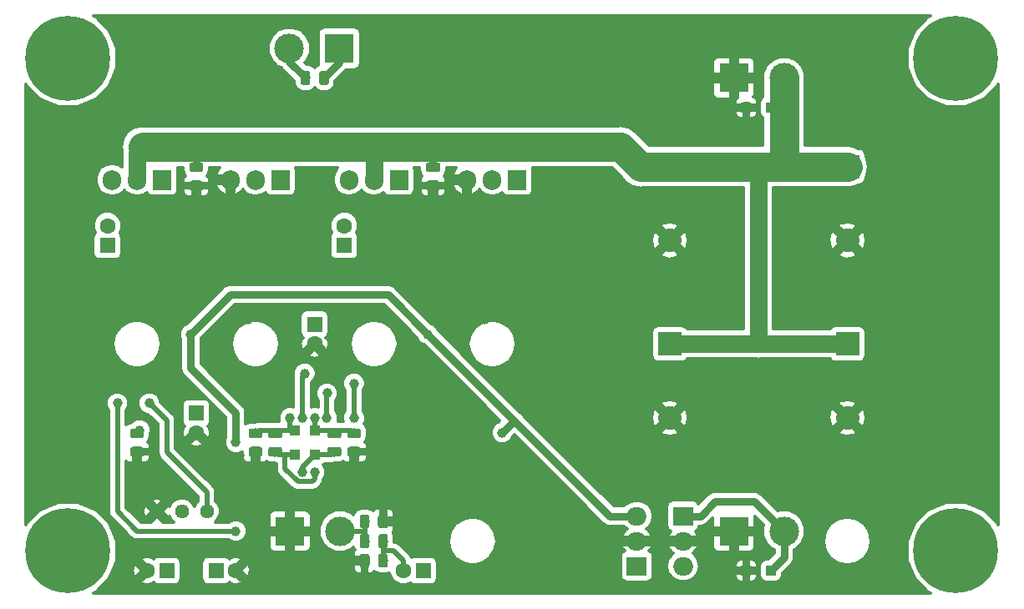
<source format=gbr>
G04 #@! TF.GenerationSoftware,KiCad,Pcbnew,(5.0.1)-3*
G04 #@! TF.CreationDate,2019-12-30T10:06:07+01:00*
G04 #@! TF.ProjectId,TL494 Class D Amp,544C34393420436C617373204420416D,rev?*
G04 #@! TF.SameCoordinates,PX4c4b400PY8f0d180*
G04 #@! TF.FileFunction,Copper,L2,Bot,Signal*
G04 #@! TF.FilePolarity,Positive*
%FSLAX46Y46*%
G04 Gerber Fmt 4.6, Leading zero omitted, Abs format (unit mm)*
G04 Created by KiCad (PCBNEW (5.0.1)-3) date 30/12/2019 10:06:07*
%MOMM*%
%LPD*%
G01*
G04 APERTURE LIST*
G04 #@! TA.AperFunction,ComponentPad*
%ADD10C,8.600000*%
G04 #@! TD*
G04 #@! TA.AperFunction,ComponentPad*
%ADD11C,0.900000*%
G04 #@! TD*
G04 #@! TA.AperFunction,Conductor*
%ADD12C,0.050800*%
G04 #@! TD*
G04 #@! TA.AperFunction,SMDPad,CuDef*
%ADD13C,0.975000*%
G04 #@! TD*
G04 #@! TA.AperFunction,SMDPad,CuDef*
%ADD14R,1.000000X1.000000*%
G04 #@! TD*
G04 #@! TA.AperFunction,ComponentPad*
%ADD15C,3.000000*%
G04 #@! TD*
G04 #@! TA.AperFunction,ComponentPad*
%ADD16R,3.000000X3.000000*%
G04 #@! TD*
G04 #@! TA.AperFunction,ComponentPad*
%ADD17C,1.440000*%
G04 #@! TD*
G04 #@! TA.AperFunction,ComponentPad*
%ADD18R,1.600000X1.600000*%
G04 #@! TD*
G04 #@! TA.AperFunction,ComponentPad*
%ADD19C,1.600000*%
G04 #@! TD*
G04 #@! TA.AperFunction,ComponentPad*
%ADD20R,1.905000X2.000000*%
G04 #@! TD*
G04 #@! TA.AperFunction,ComponentPad*
%ADD21O,1.905000X2.000000*%
G04 #@! TD*
G04 #@! TA.AperFunction,ComponentPad*
%ADD22O,2.000000X1.905000*%
G04 #@! TD*
G04 #@! TA.AperFunction,ComponentPad*
%ADD23R,2.000000X1.905000*%
G04 #@! TD*
G04 #@! TA.AperFunction,ComponentPad*
%ADD24C,2.400000*%
G04 #@! TD*
G04 #@! TA.AperFunction,ComponentPad*
%ADD25R,2.400000X2.400000*%
G04 #@! TD*
G04 #@! TA.AperFunction,ViaPad*
%ADD26C,1.000000*%
G04 #@! TD*
G04 #@! TA.AperFunction,Conductor*
%ADD27C,1.778000*%
G04 #@! TD*
G04 #@! TA.AperFunction,Conductor*
%ADD28C,3.000000*%
G04 #@! TD*
G04 #@! TA.AperFunction,Conductor*
%ADD29C,0.762000*%
G04 #@! TD*
G04 #@! TA.AperFunction,Conductor*
%ADD30C,0.508000*%
G04 #@! TD*
G04 #@! TA.AperFunction,Conductor*
%ADD31C,0.300000*%
G04 #@! TD*
G04 APERTURE END LIST*
D10*
G04 #@! TO.P,REF\002A\002A,1*
G04 #@! TO.N,N/C*
X95000000Y5000000D03*
D11*
X98225000Y5000000D03*
X97280419Y2719581D03*
X95000000Y1775000D03*
X92719581Y2719581D03*
X91775000Y5000000D03*
X92719581Y7280419D03*
X95000000Y8225000D03*
X97280419Y7280419D03*
G04 #@! TD*
D10*
G04 #@! TO.P,REF\002A\002A,1*
G04 #@! TO.N,N/C*
X5000000Y5000000D03*
D11*
X8225000Y5000000D03*
X7280419Y2719581D03*
X5000000Y1775000D03*
X2719581Y2719581D03*
X1775000Y5000000D03*
X2719581Y7280419D03*
X5000000Y8225000D03*
X7280419Y7280419D03*
G04 #@! TD*
D10*
G04 #@! TO.P,REF\002A\002A,1*
G04 #@! TO.N,N/C*
X5000000Y55000000D03*
D11*
X8225000Y55000000D03*
X7280419Y52719581D03*
X5000000Y51775000D03*
X2719581Y52719581D03*
X1775000Y55000000D03*
X2719581Y57280419D03*
X5000000Y58225000D03*
X7280419Y57280419D03*
G04 #@! TD*
D12*
G04 #@! TO.N,Net-(C12-Pad1)*
G04 #@! TO.C,C12*
G36*
X34480142Y17423826D02*
X34503803Y17420316D01*
X34527007Y17414504D01*
X34549529Y17406446D01*
X34571153Y17396218D01*
X34591670Y17383921D01*
X34610883Y17369671D01*
X34628607Y17353607D01*
X34644671Y17335883D01*
X34658921Y17316670D01*
X34671218Y17296153D01*
X34681446Y17274529D01*
X34689504Y17252007D01*
X34695316Y17228803D01*
X34698826Y17205142D01*
X34700000Y17181250D01*
X34700000Y16693750D01*
X34698826Y16669858D01*
X34695316Y16646197D01*
X34689504Y16622993D01*
X34681446Y16600471D01*
X34671218Y16578847D01*
X34658921Y16558330D01*
X34644671Y16539117D01*
X34628607Y16521393D01*
X34610883Y16505329D01*
X34591670Y16491079D01*
X34571153Y16478782D01*
X34549529Y16468554D01*
X34527007Y16460496D01*
X34503803Y16454684D01*
X34480142Y16451174D01*
X34456250Y16450000D01*
X33543750Y16450000D01*
X33519858Y16451174D01*
X33496197Y16454684D01*
X33472993Y16460496D01*
X33450471Y16468554D01*
X33428847Y16478782D01*
X33408330Y16491079D01*
X33389117Y16505329D01*
X33371393Y16521393D01*
X33355329Y16539117D01*
X33341079Y16558330D01*
X33328782Y16578847D01*
X33318554Y16600471D01*
X33310496Y16622993D01*
X33304684Y16646197D01*
X33301174Y16669858D01*
X33300000Y16693750D01*
X33300000Y17181250D01*
X33301174Y17205142D01*
X33304684Y17228803D01*
X33310496Y17252007D01*
X33318554Y17274529D01*
X33328782Y17296153D01*
X33341079Y17316670D01*
X33355329Y17335883D01*
X33371393Y17353607D01*
X33389117Y17369671D01*
X33408330Y17383921D01*
X33428847Y17396218D01*
X33450471Y17406446D01*
X33472993Y17414504D01*
X33496197Y17420316D01*
X33519858Y17423826D01*
X33543750Y17425000D01*
X34456250Y17425000D01*
X34480142Y17423826D01*
X34480142Y17423826D01*
G37*
D13*
G04 #@! TD*
G04 #@! TO.P,C12,1*
G04 #@! TO.N,Net-(C12-Pad1)*
X34000000Y16937500D03*
D12*
G04 #@! TO.N,GND*
G04 #@! TO.C,C12*
G36*
X34480142Y15548826D02*
X34503803Y15545316D01*
X34527007Y15539504D01*
X34549529Y15531446D01*
X34571153Y15521218D01*
X34591670Y15508921D01*
X34610883Y15494671D01*
X34628607Y15478607D01*
X34644671Y15460883D01*
X34658921Y15441670D01*
X34671218Y15421153D01*
X34681446Y15399529D01*
X34689504Y15377007D01*
X34695316Y15353803D01*
X34698826Y15330142D01*
X34700000Y15306250D01*
X34700000Y14818750D01*
X34698826Y14794858D01*
X34695316Y14771197D01*
X34689504Y14747993D01*
X34681446Y14725471D01*
X34671218Y14703847D01*
X34658921Y14683330D01*
X34644671Y14664117D01*
X34628607Y14646393D01*
X34610883Y14630329D01*
X34591670Y14616079D01*
X34571153Y14603782D01*
X34549529Y14593554D01*
X34527007Y14585496D01*
X34503803Y14579684D01*
X34480142Y14576174D01*
X34456250Y14575000D01*
X33543750Y14575000D01*
X33519858Y14576174D01*
X33496197Y14579684D01*
X33472993Y14585496D01*
X33450471Y14593554D01*
X33428847Y14603782D01*
X33408330Y14616079D01*
X33389117Y14630329D01*
X33371393Y14646393D01*
X33355329Y14664117D01*
X33341079Y14683330D01*
X33328782Y14703847D01*
X33318554Y14725471D01*
X33310496Y14747993D01*
X33304684Y14771197D01*
X33301174Y14794858D01*
X33300000Y14818750D01*
X33300000Y15306250D01*
X33301174Y15330142D01*
X33304684Y15353803D01*
X33310496Y15377007D01*
X33318554Y15399529D01*
X33328782Y15421153D01*
X33341079Y15441670D01*
X33355329Y15460883D01*
X33371393Y15478607D01*
X33389117Y15494671D01*
X33408330Y15508921D01*
X33428847Y15521218D01*
X33450471Y15531446D01*
X33472993Y15539504D01*
X33496197Y15545316D01*
X33519858Y15548826D01*
X33543750Y15550000D01*
X34456250Y15550000D01*
X34480142Y15548826D01*
X34480142Y15548826D01*
G37*
D13*
G04 #@! TD*
G04 #@! TO.P,C12,2*
G04 #@! TO.N,GND*
X34000000Y15062500D03*
D12*
G04 #@! TO.N,GND*
G04 #@! TO.C,C21*
G36*
X42480142Y42548826D02*
X42503803Y42545316D01*
X42527007Y42539504D01*
X42549529Y42531446D01*
X42571153Y42521218D01*
X42591670Y42508921D01*
X42610883Y42494671D01*
X42628607Y42478607D01*
X42644671Y42460883D01*
X42658921Y42441670D01*
X42671218Y42421153D01*
X42681446Y42399529D01*
X42689504Y42377007D01*
X42695316Y42353803D01*
X42698826Y42330142D01*
X42700000Y42306250D01*
X42700000Y41818750D01*
X42698826Y41794858D01*
X42695316Y41771197D01*
X42689504Y41747993D01*
X42681446Y41725471D01*
X42671218Y41703847D01*
X42658921Y41683330D01*
X42644671Y41664117D01*
X42628607Y41646393D01*
X42610883Y41630329D01*
X42591670Y41616079D01*
X42571153Y41603782D01*
X42549529Y41593554D01*
X42527007Y41585496D01*
X42503803Y41579684D01*
X42480142Y41576174D01*
X42456250Y41575000D01*
X41543750Y41575000D01*
X41519858Y41576174D01*
X41496197Y41579684D01*
X41472993Y41585496D01*
X41450471Y41593554D01*
X41428847Y41603782D01*
X41408330Y41616079D01*
X41389117Y41630329D01*
X41371393Y41646393D01*
X41355329Y41664117D01*
X41341079Y41683330D01*
X41328782Y41703847D01*
X41318554Y41725471D01*
X41310496Y41747993D01*
X41304684Y41771197D01*
X41301174Y41794858D01*
X41300000Y41818750D01*
X41300000Y42306250D01*
X41301174Y42330142D01*
X41304684Y42353803D01*
X41310496Y42377007D01*
X41318554Y42399529D01*
X41328782Y42421153D01*
X41341079Y42441670D01*
X41355329Y42460883D01*
X41371393Y42478607D01*
X41389117Y42494671D01*
X41408330Y42508921D01*
X41428847Y42521218D01*
X41450471Y42531446D01*
X41472993Y42539504D01*
X41496197Y42545316D01*
X41519858Y42548826D01*
X41543750Y42550000D01*
X42456250Y42550000D01*
X42480142Y42548826D01*
X42480142Y42548826D01*
G37*
D13*
G04 #@! TD*
G04 #@! TO.P,C21,2*
G04 #@! TO.N,GND*
X42000000Y42062500D03*
D12*
G04 #@! TO.N,VCC*
G04 #@! TO.C,C21*
G36*
X42480142Y44423826D02*
X42503803Y44420316D01*
X42527007Y44414504D01*
X42549529Y44406446D01*
X42571153Y44396218D01*
X42591670Y44383921D01*
X42610883Y44369671D01*
X42628607Y44353607D01*
X42644671Y44335883D01*
X42658921Y44316670D01*
X42671218Y44296153D01*
X42681446Y44274529D01*
X42689504Y44252007D01*
X42695316Y44228803D01*
X42698826Y44205142D01*
X42700000Y44181250D01*
X42700000Y43693750D01*
X42698826Y43669858D01*
X42695316Y43646197D01*
X42689504Y43622993D01*
X42681446Y43600471D01*
X42671218Y43578847D01*
X42658921Y43558330D01*
X42644671Y43539117D01*
X42628607Y43521393D01*
X42610883Y43505329D01*
X42591670Y43491079D01*
X42571153Y43478782D01*
X42549529Y43468554D01*
X42527007Y43460496D01*
X42503803Y43454684D01*
X42480142Y43451174D01*
X42456250Y43450000D01*
X41543750Y43450000D01*
X41519858Y43451174D01*
X41496197Y43454684D01*
X41472993Y43460496D01*
X41450471Y43468554D01*
X41428847Y43478782D01*
X41408330Y43491079D01*
X41389117Y43505329D01*
X41371393Y43521393D01*
X41355329Y43539117D01*
X41341079Y43558330D01*
X41328782Y43578847D01*
X41318554Y43600471D01*
X41310496Y43622993D01*
X41304684Y43646197D01*
X41301174Y43669858D01*
X41300000Y43693750D01*
X41300000Y44181250D01*
X41301174Y44205142D01*
X41304684Y44228803D01*
X41310496Y44252007D01*
X41318554Y44274529D01*
X41328782Y44296153D01*
X41341079Y44316670D01*
X41355329Y44335883D01*
X41371393Y44353607D01*
X41389117Y44369671D01*
X41408330Y44383921D01*
X41428847Y44396218D01*
X41450471Y44406446D01*
X41472993Y44414504D01*
X41496197Y44420316D01*
X41519858Y44423826D01*
X41543750Y44425000D01*
X42456250Y44425000D01*
X42480142Y44423826D01*
X42480142Y44423826D01*
G37*
D13*
G04 #@! TD*
G04 #@! TO.P,C21,1*
G04 #@! TO.N,VCC*
X42000000Y43937500D03*
D14*
G04 #@! TO.P,D1,2*
G04 #@! TO.N,GND*
X73750000Y3000000D03*
G04 #@! TO.P,D1,1*
G04 #@! TO.N,Net-(C6-Pad1)*
X76250000Y3000000D03*
G04 #@! TD*
G04 #@! TO.P,D5,1*
G04 #@! TO.N,Net-(C13-Pad2)*
X28000000Y17250000D03*
G04 #@! TO.P,D5,2*
G04 #@! TO.N,Net-(D5-Pad2)*
X28000000Y14750000D03*
G04 #@! TD*
G04 #@! TO.P,D6,2*
G04 #@! TO.N,GND*
X73750000Y50000000D03*
G04 #@! TO.P,D6,1*
G04 #@! TO.N,VCC*
X76250000Y50000000D03*
G04 #@! TD*
D15*
G04 #@! TO.P,J1,2*
G04 #@! TO.N,Net-(J1-Pad2)*
X32580000Y7000000D03*
D16*
G04 #@! TO.P,J1,1*
G04 #@! TO.N,GND*
X27500000Y7000000D03*
G04 #@! TD*
D15*
G04 #@! TO.P,J2,2*
G04 #@! TO.N,Net-(C6-Pad1)*
X77580000Y7000000D03*
D16*
G04 #@! TO.P,J2,1*
G04 #@! TO.N,GND*
X72500000Y7000000D03*
G04 #@! TD*
G04 #@! TO.P,J3,1*
G04 #@! TO.N,GND*
X72500000Y53000000D03*
D15*
G04 #@! TO.P,J3,2*
G04 #@! TO.N,VCC*
X77580000Y53000000D03*
G04 #@! TD*
D16*
G04 #@! TO.P,J4,1*
G04 #@! TO.N,Net-(C19-Pad2)*
X32500000Y56000000D03*
D15*
G04 #@! TO.P,J4,2*
G04 #@! TO.N,Net-(C19-Pad1)*
X27420000Y56000000D03*
G04 #@! TD*
D12*
G04 #@! TO.N,Net-(J1-Pad2)*
G04 #@! TO.C,R1*
G36*
X35330142Y8698826D02*
X35353803Y8695316D01*
X35377007Y8689504D01*
X35399529Y8681446D01*
X35421153Y8671218D01*
X35441670Y8658921D01*
X35460883Y8644671D01*
X35478607Y8628607D01*
X35494671Y8610883D01*
X35508921Y8591670D01*
X35521218Y8571153D01*
X35531446Y8549529D01*
X35539504Y8527007D01*
X35545316Y8503803D01*
X35548826Y8480142D01*
X35550000Y8456250D01*
X35550000Y7543750D01*
X35548826Y7519858D01*
X35545316Y7496197D01*
X35539504Y7472993D01*
X35531446Y7450471D01*
X35521218Y7428847D01*
X35508921Y7408330D01*
X35494671Y7389117D01*
X35478607Y7371393D01*
X35460883Y7355329D01*
X35441670Y7341079D01*
X35421153Y7328782D01*
X35399529Y7318554D01*
X35377007Y7310496D01*
X35353803Y7304684D01*
X35330142Y7301174D01*
X35306250Y7300000D01*
X34818750Y7300000D01*
X34794858Y7301174D01*
X34771197Y7304684D01*
X34747993Y7310496D01*
X34725471Y7318554D01*
X34703847Y7328782D01*
X34683330Y7341079D01*
X34664117Y7355329D01*
X34646393Y7371393D01*
X34630329Y7389117D01*
X34616079Y7408330D01*
X34603782Y7428847D01*
X34593554Y7450471D01*
X34585496Y7472993D01*
X34579684Y7496197D01*
X34576174Y7519858D01*
X34575000Y7543750D01*
X34575000Y8456250D01*
X34576174Y8480142D01*
X34579684Y8503803D01*
X34585496Y8527007D01*
X34593554Y8549529D01*
X34603782Y8571153D01*
X34616079Y8591670D01*
X34630329Y8610883D01*
X34646393Y8628607D01*
X34664117Y8644671D01*
X34683330Y8658921D01*
X34703847Y8671218D01*
X34725471Y8681446D01*
X34747993Y8689504D01*
X34771197Y8695316D01*
X34794858Y8698826D01*
X34818750Y8700000D01*
X35306250Y8700000D01*
X35330142Y8698826D01*
X35330142Y8698826D01*
G37*
D13*
G04 #@! TD*
G04 #@! TO.P,R1,1*
G04 #@! TO.N,Net-(J1-Pad2)*
X35062500Y8000000D03*
D12*
G04 #@! TO.N,GND*
G04 #@! TO.C,R1*
G36*
X37205142Y8698826D02*
X37228803Y8695316D01*
X37252007Y8689504D01*
X37274529Y8681446D01*
X37296153Y8671218D01*
X37316670Y8658921D01*
X37335883Y8644671D01*
X37353607Y8628607D01*
X37369671Y8610883D01*
X37383921Y8591670D01*
X37396218Y8571153D01*
X37406446Y8549529D01*
X37414504Y8527007D01*
X37420316Y8503803D01*
X37423826Y8480142D01*
X37425000Y8456250D01*
X37425000Y7543750D01*
X37423826Y7519858D01*
X37420316Y7496197D01*
X37414504Y7472993D01*
X37406446Y7450471D01*
X37396218Y7428847D01*
X37383921Y7408330D01*
X37369671Y7389117D01*
X37353607Y7371393D01*
X37335883Y7355329D01*
X37316670Y7341079D01*
X37296153Y7328782D01*
X37274529Y7318554D01*
X37252007Y7310496D01*
X37228803Y7304684D01*
X37205142Y7301174D01*
X37181250Y7300000D01*
X36693750Y7300000D01*
X36669858Y7301174D01*
X36646197Y7304684D01*
X36622993Y7310496D01*
X36600471Y7318554D01*
X36578847Y7328782D01*
X36558330Y7341079D01*
X36539117Y7355329D01*
X36521393Y7371393D01*
X36505329Y7389117D01*
X36491079Y7408330D01*
X36478782Y7428847D01*
X36468554Y7450471D01*
X36460496Y7472993D01*
X36454684Y7496197D01*
X36451174Y7519858D01*
X36450000Y7543750D01*
X36450000Y8456250D01*
X36451174Y8480142D01*
X36454684Y8503803D01*
X36460496Y8527007D01*
X36468554Y8549529D01*
X36478782Y8571153D01*
X36491079Y8591670D01*
X36505329Y8610883D01*
X36521393Y8628607D01*
X36539117Y8644671D01*
X36558330Y8658921D01*
X36578847Y8671218D01*
X36600471Y8681446D01*
X36622993Y8689504D01*
X36646197Y8695316D01*
X36669858Y8698826D01*
X36693750Y8700000D01*
X37181250Y8700000D01*
X37205142Y8698826D01*
X37205142Y8698826D01*
G37*
D13*
G04 #@! TD*
G04 #@! TO.P,R1,2*
G04 #@! TO.N,GND*
X36937500Y8000000D03*
D12*
G04 #@! TO.N,Net-(J1-Pad2)*
G04 #@! TO.C,R2*
G36*
X35330142Y6698826D02*
X35353803Y6695316D01*
X35377007Y6689504D01*
X35399529Y6681446D01*
X35421153Y6671218D01*
X35441670Y6658921D01*
X35460883Y6644671D01*
X35478607Y6628607D01*
X35494671Y6610883D01*
X35508921Y6591670D01*
X35521218Y6571153D01*
X35531446Y6549529D01*
X35539504Y6527007D01*
X35545316Y6503803D01*
X35548826Y6480142D01*
X35550000Y6456250D01*
X35550000Y5543750D01*
X35548826Y5519858D01*
X35545316Y5496197D01*
X35539504Y5472993D01*
X35531446Y5450471D01*
X35521218Y5428847D01*
X35508921Y5408330D01*
X35494671Y5389117D01*
X35478607Y5371393D01*
X35460883Y5355329D01*
X35441670Y5341079D01*
X35421153Y5328782D01*
X35399529Y5318554D01*
X35377007Y5310496D01*
X35353803Y5304684D01*
X35330142Y5301174D01*
X35306250Y5300000D01*
X34818750Y5300000D01*
X34794858Y5301174D01*
X34771197Y5304684D01*
X34747993Y5310496D01*
X34725471Y5318554D01*
X34703847Y5328782D01*
X34683330Y5341079D01*
X34664117Y5355329D01*
X34646393Y5371393D01*
X34630329Y5389117D01*
X34616079Y5408330D01*
X34603782Y5428847D01*
X34593554Y5450471D01*
X34585496Y5472993D01*
X34579684Y5496197D01*
X34576174Y5519858D01*
X34575000Y5543750D01*
X34575000Y6456250D01*
X34576174Y6480142D01*
X34579684Y6503803D01*
X34585496Y6527007D01*
X34593554Y6549529D01*
X34603782Y6571153D01*
X34616079Y6591670D01*
X34630329Y6610883D01*
X34646393Y6628607D01*
X34664117Y6644671D01*
X34683330Y6658921D01*
X34703847Y6671218D01*
X34725471Y6681446D01*
X34747993Y6689504D01*
X34771197Y6695316D01*
X34794858Y6698826D01*
X34818750Y6700000D01*
X35306250Y6700000D01*
X35330142Y6698826D01*
X35330142Y6698826D01*
G37*
D13*
G04 #@! TD*
G04 #@! TO.P,R2,2*
G04 #@! TO.N,Net-(J1-Pad2)*
X35062500Y6000000D03*
D12*
G04 #@! TO.N,Net-(C1-Pad1)*
G04 #@! TO.C,R2*
G36*
X37205142Y6698826D02*
X37228803Y6695316D01*
X37252007Y6689504D01*
X37274529Y6681446D01*
X37296153Y6671218D01*
X37316670Y6658921D01*
X37335883Y6644671D01*
X37353607Y6628607D01*
X37369671Y6610883D01*
X37383921Y6591670D01*
X37396218Y6571153D01*
X37406446Y6549529D01*
X37414504Y6527007D01*
X37420316Y6503803D01*
X37423826Y6480142D01*
X37425000Y6456250D01*
X37425000Y5543750D01*
X37423826Y5519858D01*
X37420316Y5496197D01*
X37414504Y5472993D01*
X37406446Y5450471D01*
X37396218Y5428847D01*
X37383921Y5408330D01*
X37369671Y5389117D01*
X37353607Y5371393D01*
X37335883Y5355329D01*
X37316670Y5341079D01*
X37296153Y5328782D01*
X37274529Y5318554D01*
X37252007Y5310496D01*
X37228803Y5304684D01*
X37205142Y5301174D01*
X37181250Y5300000D01*
X36693750Y5300000D01*
X36669858Y5301174D01*
X36646197Y5304684D01*
X36622993Y5310496D01*
X36600471Y5318554D01*
X36578847Y5328782D01*
X36558330Y5341079D01*
X36539117Y5355329D01*
X36521393Y5371393D01*
X36505329Y5389117D01*
X36491079Y5408330D01*
X36478782Y5428847D01*
X36468554Y5450471D01*
X36460496Y5472993D01*
X36454684Y5496197D01*
X36451174Y5519858D01*
X36450000Y5543750D01*
X36450000Y6456250D01*
X36451174Y6480142D01*
X36454684Y6503803D01*
X36460496Y6527007D01*
X36468554Y6549529D01*
X36478782Y6571153D01*
X36491079Y6591670D01*
X36505329Y6610883D01*
X36521393Y6628607D01*
X36539117Y6644671D01*
X36558330Y6658921D01*
X36578847Y6671218D01*
X36600471Y6681446D01*
X36622993Y6689504D01*
X36646197Y6695316D01*
X36669858Y6698826D01*
X36693750Y6700000D01*
X37181250Y6700000D01*
X37205142Y6698826D01*
X37205142Y6698826D01*
G37*
D13*
G04 #@! TD*
G04 #@! TO.P,R2,1*
G04 #@! TO.N,Net-(C1-Pad1)*
X36937500Y6000000D03*
D12*
G04 #@! TO.N,Net-(C12-Pad1)*
G04 #@! TO.C,R8*
G36*
X32480142Y17423826D02*
X32503803Y17420316D01*
X32527007Y17414504D01*
X32549529Y17406446D01*
X32571153Y17396218D01*
X32591670Y17383921D01*
X32610883Y17369671D01*
X32628607Y17353607D01*
X32644671Y17335883D01*
X32658921Y17316670D01*
X32671218Y17296153D01*
X32681446Y17274529D01*
X32689504Y17252007D01*
X32695316Y17228803D01*
X32698826Y17205142D01*
X32700000Y17181250D01*
X32700000Y16693750D01*
X32698826Y16669858D01*
X32695316Y16646197D01*
X32689504Y16622993D01*
X32681446Y16600471D01*
X32671218Y16578847D01*
X32658921Y16558330D01*
X32644671Y16539117D01*
X32628607Y16521393D01*
X32610883Y16505329D01*
X32591670Y16491079D01*
X32571153Y16478782D01*
X32549529Y16468554D01*
X32527007Y16460496D01*
X32503803Y16454684D01*
X32480142Y16451174D01*
X32456250Y16450000D01*
X31543750Y16450000D01*
X31519858Y16451174D01*
X31496197Y16454684D01*
X31472993Y16460496D01*
X31450471Y16468554D01*
X31428847Y16478782D01*
X31408330Y16491079D01*
X31389117Y16505329D01*
X31371393Y16521393D01*
X31355329Y16539117D01*
X31341079Y16558330D01*
X31328782Y16578847D01*
X31318554Y16600471D01*
X31310496Y16622993D01*
X31304684Y16646197D01*
X31301174Y16669858D01*
X31300000Y16693750D01*
X31300000Y17181250D01*
X31301174Y17205142D01*
X31304684Y17228803D01*
X31310496Y17252007D01*
X31318554Y17274529D01*
X31328782Y17296153D01*
X31341079Y17316670D01*
X31355329Y17335883D01*
X31371393Y17353607D01*
X31389117Y17369671D01*
X31408330Y17383921D01*
X31428847Y17396218D01*
X31450471Y17406446D01*
X31472993Y17414504D01*
X31496197Y17420316D01*
X31519858Y17423826D01*
X31543750Y17425000D01*
X32456250Y17425000D01*
X32480142Y17423826D01*
X32480142Y17423826D01*
G37*
D13*
G04 #@! TD*
G04 #@! TO.P,R8,1*
G04 #@! TO.N,Net-(C12-Pad1)*
X32000000Y16937500D03*
D12*
G04 #@! TO.N,Net-(D4-Pad2)*
G04 #@! TO.C,R8*
G36*
X32480142Y15548826D02*
X32503803Y15545316D01*
X32527007Y15539504D01*
X32549529Y15531446D01*
X32571153Y15521218D01*
X32591670Y15508921D01*
X32610883Y15494671D01*
X32628607Y15478607D01*
X32644671Y15460883D01*
X32658921Y15441670D01*
X32671218Y15421153D01*
X32681446Y15399529D01*
X32689504Y15377007D01*
X32695316Y15353803D01*
X32698826Y15330142D01*
X32700000Y15306250D01*
X32700000Y14818750D01*
X32698826Y14794858D01*
X32695316Y14771197D01*
X32689504Y14747993D01*
X32681446Y14725471D01*
X32671218Y14703847D01*
X32658921Y14683330D01*
X32644671Y14664117D01*
X32628607Y14646393D01*
X32610883Y14630329D01*
X32591670Y14616079D01*
X32571153Y14603782D01*
X32549529Y14593554D01*
X32527007Y14585496D01*
X32503803Y14579684D01*
X32480142Y14576174D01*
X32456250Y14575000D01*
X31543750Y14575000D01*
X31519858Y14576174D01*
X31496197Y14579684D01*
X31472993Y14585496D01*
X31450471Y14593554D01*
X31428847Y14603782D01*
X31408330Y14616079D01*
X31389117Y14630329D01*
X31371393Y14646393D01*
X31355329Y14664117D01*
X31341079Y14683330D01*
X31328782Y14703847D01*
X31318554Y14725471D01*
X31310496Y14747993D01*
X31304684Y14771197D01*
X31301174Y14794858D01*
X31300000Y14818750D01*
X31300000Y15306250D01*
X31301174Y15330142D01*
X31304684Y15353803D01*
X31310496Y15377007D01*
X31318554Y15399529D01*
X31328782Y15421153D01*
X31341079Y15441670D01*
X31355329Y15460883D01*
X31371393Y15478607D01*
X31389117Y15494671D01*
X31408330Y15508921D01*
X31428847Y15521218D01*
X31450471Y15531446D01*
X31472993Y15539504D01*
X31496197Y15545316D01*
X31519858Y15548826D01*
X31543750Y15550000D01*
X32456250Y15550000D01*
X32480142Y15548826D01*
X32480142Y15548826D01*
G37*
D13*
G04 #@! TD*
G04 #@! TO.P,R8,2*
G04 #@! TO.N,Net-(D4-Pad2)*
X32000000Y15062500D03*
D12*
G04 #@! TO.N,Net-(C13-Pad2)*
G04 #@! TO.C,R9*
G36*
X26480142Y17423826D02*
X26503803Y17420316D01*
X26527007Y17414504D01*
X26549529Y17406446D01*
X26571153Y17396218D01*
X26591670Y17383921D01*
X26610883Y17369671D01*
X26628607Y17353607D01*
X26644671Y17335883D01*
X26658921Y17316670D01*
X26671218Y17296153D01*
X26681446Y17274529D01*
X26689504Y17252007D01*
X26695316Y17228803D01*
X26698826Y17205142D01*
X26700000Y17181250D01*
X26700000Y16693750D01*
X26698826Y16669858D01*
X26695316Y16646197D01*
X26689504Y16622993D01*
X26681446Y16600471D01*
X26671218Y16578847D01*
X26658921Y16558330D01*
X26644671Y16539117D01*
X26628607Y16521393D01*
X26610883Y16505329D01*
X26591670Y16491079D01*
X26571153Y16478782D01*
X26549529Y16468554D01*
X26527007Y16460496D01*
X26503803Y16454684D01*
X26480142Y16451174D01*
X26456250Y16450000D01*
X25543750Y16450000D01*
X25519858Y16451174D01*
X25496197Y16454684D01*
X25472993Y16460496D01*
X25450471Y16468554D01*
X25428847Y16478782D01*
X25408330Y16491079D01*
X25389117Y16505329D01*
X25371393Y16521393D01*
X25355329Y16539117D01*
X25341079Y16558330D01*
X25328782Y16578847D01*
X25318554Y16600471D01*
X25310496Y16622993D01*
X25304684Y16646197D01*
X25301174Y16669858D01*
X25300000Y16693750D01*
X25300000Y17181250D01*
X25301174Y17205142D01*
X25304684Y17228803D01*
X25310496Y17252007D01*
X25318554Y17274529D01*
X25328782Y17296153D01*
X25341079Y17316670D01*
X25355329Y17335883D01*
X25371393Y17353607D01*
X25389117Y17369671D01*
X25408330Y17383921D01*
X25428847Y17396218D01*
X25450471Y17406446D01*
X25472993Y17414504D01*
X25496197Y17420316D01*
X25519858Y17423826D01*
X25543750Y17425000D01*
X26456250Y17425000D01*
X26480142Y17423826D01*
X26480142Y17423826D01*
G37*
D13*
G04 #@! TD*
G04 #@! TO.P,R9,1*
G04 #@! TO.N,Net-(C13-Pad2)*
X26000000Y16937500D03*
D12*
G04 #@! TO.N,Net-(D5-Pad2)*
G04 #@! TO.C,R9*
G36*
X26480142Y15548826D02*
X26503803Y15545316D01*
X26527007Y15539504D01*
X26549529Y15531446D01*
X26571153Y15521218D01*
X26591670Y15508921D01*
X26610883Y15494671D01*
X26628607Y15478607D01*
X26644671Y15460883D01*
X26658921Y15441670D01*
X26671218Y15421153D01*
X26681446Y15399529D01*
X26689504Y15377007D01*
X26695316Y15353803D01*
X26698826Y15330142D01*
X26700000Y15306250D01*
X26700000Y14818750D01*
X26698826Y14794858D01*
X26695316Y14771197D01*
X26689504Y14747993D01*
X26681446Y14725471D01*
X26671218Y14703847D01*
X26658921Y14683330D01*
X26644671Y14664117D01*
X26628607Y14646393D01*
X26610883Y14630329D01*
X26591670Y14616079D01*
X26571153Y14603782D01*
X26549529Y14593554D01*
X26527007Y14585496D01*
X26503803Y14579684D01*
X26480142Y14576174D01*
X26456250Y14575000D01*
X25543750Y14575000D01*
X25519858Y14576174D01*
X25496197Y14579684D01*
X25472993Y14585496D01*
X25450471Y14593554D01*
X25428847Y14603782D01*
X25408330Y14616079D01*
X25389117Y14630329D01*
X25371393Y14646393D01*
X25355329Y14664117D01*
X25341079Y14683330D01*
X25328782Y14703847D01*
X25318554Y14725471D01*
X25310496Y14747993D01*
X25304684Y14771197D01*
X25301174Y14794858D01*
X25300000Y14818750D01*
X25300000Y15306250D01*
X25301174Y15330142D01*
X25304684Y15353803D01*
X25310496Y15377007D01*
X25318554Y15399529D01*
X25328782Y15421153D01*
X25341079Y15441670D01*
X25355329Y15460883D01*
X25371393Y15478607D01*
X25389117Y15494671D01*
X25408330Y15508921D01*
X25428847Y15521218D01*
X25450471Y15531446D01*
X25472993Y15539504D01*
X25496197Y15545316D01*
X25519858Y15548826D01*
X25543750Y15550000D01*
X26456250Y15550000D01*
X26480142Y15548826D01*
X26480142Y15548826D01*
G37*
D13*
G04 #@! TD*
G04 #@! TO.P,R9,2*
G04 #@! TO.N,Net-(D5-Pad2)*
X26000000Y15062500D03*
D17*
G04 #@! TO.P,RV1,1*
G04 #@! TO.N,GND*
X14000000Y9000000D03*
G04 #@! TO.P,RV1,2*
G04 #@! TO.N,Net-(C3-Pad1)*
X16540000Y9000000D03*
G04 #@! TO.P,RV1,3*
G04 #@! TO.N,Net-(C4-Pad1)*
X19080000Y9000000D03*
G04 #@! TD*
D18*
G04 #@! TO.P,C3,1*
G04 #@! TO.N,Net-(C3-Pad1)*
X15000000Y3000000D03*
D19*
G04 #@! TO.P,C3,2*
G04 #@! TO.N,GND*
X13000000Y3000000D03*
G04 #@! TD*
G04 #@! TO.P,C16,2*
G04 #@! TO.N,Net-(C16-Pad2)*
X9000000Y38000000D03*
D18*
G04 #@! TO.P,C16,1*
G04 #@! TO.N,Net-(C16-Pad1)*
X9000000Y36000000D03*
G04 #@! TD*
D20*
G04 #@! TO.P,Q2,1*
G04 #@! TO.N,Net-(Q2-Pad1)*
X26540000Y42660000D03*
D21*
G04 #@! TO.P,Q2,2*
G04 #@! TO.N,Net-(C16-Pad2)*
X24000000Y42660000D03*
G04 #@! TO.P,Q2,3*
G04 #@! TO.N,GND*
X21460000Y42660000D03*
G04 #@! TD*
G04 #@! TO.P,Q3,3*
G04 #@! TO.N,Net-(C17-Pad2)*
X33460000Y42660000D03*
G04 #@! TO.P,Q3,2*
G04 #@! TO.N,VCC*
X36000000Y42660000D03*
D20*
G04 #@! TO.P,Q3,1*
G04 #@! TO.N,Net-(Q3-Pad1)*
X38540000Y42660000D03*
G04 #@! TD*
G04 #@! TO.P,Q4,1*
G04 #@! TO.N,Net-(Q4-Pad1)*
X50540000Y42660000D03*
D21*
G04 #@! TO.P,Q4,2*
G04 #@! TO.N,Net-(C17-Pad2)*
X48000000Y42660000D03*
G04 #@! TO.P,Q4,3*
G04 #@! TO.N,GND*
X45460000Y42660000D03*
G04 #@! TD*
D22*
G04 #@! TO.P,U3,3*
G04 #@! TO.N,+12V*
X67340000Y3460000D03*
G04 #@! TO.P,U3,2*
G04 #@! TO.N,GND*
X67340000Y6000000D03*
D23*
G04 #@! TO.P,U3,1*
G04 #@! TO.N,Net-(C6-Pad1)*
X67340000Y8540000D03*
G04 #@! TD*
D12*
G04 #@! TO.N,GND*
G04 #@! TO.C,C1*
G36*
X35330142Y4698826D02*
X35353803Y4695316D01*
X35377007Y4689504D01*
X35399529Y4681446D01*
X35421153Y4671218D01*
X35441670Y4658921D01*
X35460883Y4644671D01*
X35478607Y4628607D01*
X35494671Y4610883D01*
X35508921Y4591670D01*
X35521218Y4571153D01*
X35531446Y4549529D01*
X35539504Y4527007D01*
X35545316Y4503803D01*
X35548826Y4480142D01*
X35550000Y4456250D01*
X35550000Y3543750D01*
X35548826Y3519858D01*
X35545316Y3496197D01*
X35539504Y3472993D01*
X35531446Y3450471D01*
X35521218Y3428847D01*
X35508921Y3408330D01*
X35494671Y3389117D01*
X35478607Y3371393D01*
X35460883Y3355329D01*
X35441670Y3341079D01*
X35421153Y3328782D01*
X35399529Y3318554D01*
X35377007Y3310496D01*
X35353803Y3304684D01*
X35330142Y3301174D01*
X35306250Y3300000D01*
X34818750Y3300000D01*
X34794858Y3301174D01*
X34771197Y3304684D01*
X34747993Y3310496D01*
X34725471Y3318554D01*
X34703847Y3328782D01*
X34683330Y3341079D01*
X34664117Y3355329D01*
X34646393Y3371393D01*
X34630329Y3389117D01*
X34616079Y3408330D01*
X34603782Y3428847D01*
X34593554Y3450471D01*
X34585496Y3472993D01*
X34579684Y3496197D01*
X34576174Y3519858D01*
X34575000Y3543750D01*
X34575000Y4456250D01*
X34576174Y4480142D01*
X34579684Y4503803D01*
X34585496Y4527007D01*
X34593554Y4549529D01*
X34603782Y4571153D01*
X34616079Y4591670D01*
X34630329Y4610883D01*
X34646393Y4628607D01*
X34664117Y4644671D01*
X34683330Y4658921D01*
X34703847Y4671218D01*
X34725471Y4681446D01*
X34747993Y4689504D01*
X34771197Y4695316D01*
X34794858Y4698826D01*
X34818750Y4700000D01*
X35306250Y4700000D01*
X35330142Y4698826D01*
X35330142Y4698826D01*
G37*
D13*
G04 #@! TD*
G04 #@! TO.P,C1,2*
G04 #@! TO.N,GND*
X35062500Y4000000D03*
D12*
G04 #@! TO.N,Net-(C1-Pad1)*
G04 #@! TO.C,C1*
G36*
X37205142Y4698826D02*
X37228803Y4695316D01*
X37252007Y4689504D01*
X37274529Y4681446D01*
X37296153Y4671218D01*
X37316670Y4658921D01*
X37335883Y4644671D01*
X37353607Y4628607D01*
X37369671Y4610883D01*
X37383921Y4591670D01*
X37396218Y4571153D01*
X37406446Y4549529D01*
X37414504Y4527007D01*
X37420316Y4503803D01*
X37423826Y4480142D01*
X37425000Y4456250D01*
X37425000Y3543750D01*
X37423826Y3519858D01*
X37420316Y3496197D01*
X37414504Y3472993D01*
X37406446Y3450471D01*
X37396218Y3428847D01*
X37383921Y3408330D01*
X37369671Y3389117D01*
X37353607Y3371393D01*
X37335883Y3355329D01*
X37316670Y3341079D01*
X37296153Y3328782D01*
X37274529Y3318554D01*
X37252007Y3310496D01*
X37228803Y3304684D01*
X37205142Y3301174D01*
X37181250Y3300000D01*
X36693750Y3300000D01*
X36669858Y3301174D01*
X36646197Y3304684D01*
X36622993Y3310496D01*
X36600471Y3318554D01*
X36578847Y3328782D01*
X36558330Y3341079D01*
X36539117Y3355329D01*
X36521393Y3371393D01*
X36505329Y3389117D01*
X36491079Y3408330D01*
X36478782Y3428847D01*
X36468554Y3450471D01*
X36460496Y3472993D01*
X36454684Y3496197D01*
X36451174Y3519858D01*
X36450000Y3543750D01*
X36450000Y4456250D01*
X36451174Y4480142D01*
X36454684Y4503803D01*
X36460496Y4527007D01*
X36468554Y4549529D01*
X36478782Y4571153D01*
X36491079Y4591670D01*
X36505329Y4610883D01*
X36521393Y4628607D01*
X36539117Y4644671D01*
X36558330Y4658921D01*
X36578847Y4671218D01*
X36600471Y4681446D01*
X36622993Y4689504D01*
X36646197Y4695316D01*
X36669858Y4698826D01*
X36693750Y4700000D01*
X37181250Y4700000D01*
X37205142Y4698826D01*
X37205142Y4698826D01*
G37*
D13*
G04 #@! TD*
G04 #@! TO.P,C1,1*
G04 #@! TO.N,Net-(C1-Pad1)*
X36937500Y4000000D03*
D19*
G04 #@! TO.P,C2,2*
G04 #@! TO.N,Net-(C1-Pad1)*
X39000000Y3000000D03*
D18*
G04 #@! TO.P,C2,1*
G04 #@! TO.N,Net-(C2-Pad1)*
X41000000Y3000000D03*
G04 #@! TD*
G04 #@! TO.P,C4,1*
G04 #@! TO.N,Net-(C4-Pad1)*
X20000000Y3000000D03*
D19*
G04 #@! TO.P,C4,2*
G04 #@! TO.N,GND*
X22000000Y3000000D03*
G04 #@! TD*
D18*
G04 #@! TO.P,C7,1*
G04 #@! TO.N,+12V*
X30000000Y28000000D03*
D19*
G04 #@! TO.P,C7,2*
G04 #@! TO.N,GND*
X30000000Y26000000D03*
G04 #@! TD*
D12*
G04 #@! TO.N,+12V*
G04 #@! TO.C,C9*
G36*
X12480142Y17423826D02*
X12503803Y17420316D01*
X12527007Y17414504D01*
X12549529Y17406446D01*
X12571153Y17396218D01*
X12591670Y17383921D01*
X12610883Y17369671D01*
X12628607Y17353607D01*
X12644671Y17335883D01*
X12658921Y17316670D01*
X12671218Y17296153D01*
X12681446Y17274529D01*
X12689504Y17252007D01*
X12695316Y17228803D01*
X12698826Y17205142D01*
X12700000Y17181250D01*
X12700000Y16693750D01*
X12698826Y16669858D01*
X12695316Y16646197D01*
X12689504Y16622993D01*
X12681446Y16600471D01*
X12671218Y16578847D01*
X12658921Y16558330D01*
X12644671Y16539117D01*
X12628607Y16521393D01*
X12610883Y16505329D01*
X12591670Y16491079D01*
X12571153Y16478782D01*
X12549529Y16468554D01*
X12527007Y16460496D01*
X12503803Y16454684D01*
X12480142Y16451174D01*
X12456250Y16450000D01*
X11543750Y16450000D01*
X11519858Y16451174D01*
X11496197Y16454684D01*
X11472993Y16460496D01*
X11450471Y16468554D01*
X11428847Y16478782D01*
X11408330Y16491079D01*
X11389117Y16505329D01*
X11371393Y16521393D01*
X11355329Y16539117D01*
X11341079Y16558330D01*
X11328782Y16578847D01*
X11318554Y16600471D01*
X11310496Y16622993D01*
X11304684Y16646197D01*
X11301174Y16669858D01*
X11300000Y16693750D01*
X11300000Y17181250D01*
X11301174Y17205142D01*
X11304684Y17228803D01*
X11310496Y17252007D01*
X11318554Y17274529D01*
X11328782Y17296153D01*
X11341079Y17316670D01*
X11355329Y17335883D01*
X11371393Y17353607D01*
X11389117Y17369671D01*
X11408330Y17383921D01*
X11428847Y17396218D01*
X11450471Y17406446D01*
X11472993Y17414504D01*
X11496197Y17420316D01*
X11519858Y17423826D01*
X11543750Y17425000D01*
X12456250Y17425000D01*
X12480142Y17423826D01*
X12480142Y17423826D01*
G37*
D13*
G04 #@! TD*
G04 #@! TO.P,C9,1*
G04 #@! TO.N,+12V*
X12000000Y16937500D03*
D12*
G04 #@! TO.N,GND*
G04 #@! TO.C,C9*
G36*
X12480142Y15548826D02*
X12503803Y15545316D01*
X12527007Y15539504D01*
X12549529Y15531446D01*
X12571153Y15521218D01*
X12591670Y15508921D01*
X12610883Y15494671D01*
X12628607Y15478607D01*
X12644671Y15460883D01*
X12658921Y15441670D01*
X12671218Y15421153D01*
X12681446Y15399529D01*
X12689504Y15377007D01*
X12695316Y15353803D01*
X12698826Y15330142D01*
X12700000Y15306250D01*
X12700000Y14818750D01*
X12698826Y14794858D01*
X12695316Y14771197D01*
X12689504Y14747993D01*
X12681446Y14725471D01*
X12671218Y14703847D01*
X12658921Y14683330D01*
X12644671Y14664117D01*
X12628607Y14646393D01*
X12610883Y14630329D01*
X12591670Y14616079D01*
X12571153Y14603782D01*
X12549529Y14593554D01*
X12527007Y14585496D01*
X12503803Y14579684D01*
X12480142Y14576174D01*
X12456250Y14575000D01*
X11543750Y14575000D01*
X11519858Y14576174D01*
X11496197Y14579684D01*
X11472993Y14585496D01*
X11450471Y14593554D01*
X11428847Y14603782D01*
X11408330Y14616079D01*
X11389117Y14630329D01*
X11371393Y14646393D01*
X11355329Y14664117D01*
X11341079Y14683330D01*
X11328782Y14703847D01*
X11318554Y14725471D01*
X11310496Y14747993D01*
X11304684Y14771197D01*
X11301174Y14794858D01*
X11300000Y14818750D01*
X11300000Y15306250D01*
X11301174Y15330142D01*
X11304684Y15353803D01*
X11310496Y15377007D01*
X11318554Y15399529D01*
X11328782Y15421153D01*
X11341079Y15441670D01*
X11355329Y15460883D01*
X11371393Y15478607D01*
X11389117Y15494671D01*
X11408330Y15508921D01*
X11428847Y15521218D01*
X11450471Y15531446D01*
X11472993Y15539504D01*
X11496197Y15545316D01*
X11519858Y15548826D01*
X11543750Y15550000D01*
X12456250Y15550000D01*
X12480142Y15548826D01*
X12480142Y15548826D01*
G37*
D13*
G04 #@! TD*
G04 #@! TO.P,C9,2*
G04 #@! TO.N,GND*
X12000000Y15062500D03*
D19*
G04 #@! TO.P,C10,2*
G04 #@! TO.N,GND*
X18000000Y17000000D03*
D18*
G04 #@! TO.P,C10,1*
G04 #@! TO.N,Net-(C10-Pad1)*
X18000000Y19000000D03*
G04 #@! TD*
D12*
G04 #@! TO.N,Net-(C13-Pad2)*
G04 #@! TO.C,C13*
G36*
X24480142Y17423826D02*
X24503803Y17420316D01*
X24527007Y17414504D01*
X24549529Y17406446D01*
X24571153Y17396218D01*
X24591670Y17383921D01*
X24610883Y17369671D01*
X24628607Y17353607D01*
X24644671Y17335883D01*
X24658921Y17316670D01*
X24671218Y17296153D01*
X24681446Y17274529D01*
X24689504Y17252007D01*
X24695316Y17228803D01*
X24698826Y17205142D01*
X24700000Y17181250D01*
X24700000Y16693750D01*
X24698826Y16669858D01*
X24695316Y16646197D01*
X24689504Y16622993D01*
X24681446Y16600471D01*
X24671218Y16578847D01*
X24658921Y16558330D01*
X24644671Y16539117D01*
X24628607Y16521393D01*
X24610883Y16505329D01*
X24591670Y16491079D01*
X24571153Y16478782D01*
X24549529Y16468554D01*
X24527007Y16460496D01*
X24503803Y16454684D01*
X24480142Y16451174D01*
X24456250Y16450000D01*
X23543750Y16450000D01*
X23519858Y16451174D01*
X23496197Y16454684D01*
X23472993Y16460496D01*
X23450471Y16468554D01*
X23428847Y16478782D01*
X23408330Y16491079D01*
X23389117Y16505329D01*
X23371393Y16521393D01*
X23355329Y16539117D01*
X23341079Y16558330D01*
X23328782Y16578847D01*
X23318554Y16600471D01*
X23310496Y16622993D01*
X23304684Y16646197D01*
X23301174Y16669858D01*
X23300000Y16693750D01*
X23300000Y17181250D01*
X23301174Y17205142D01*
X23304684Y17228803D01*
X23310496Y17252007D01*
X23318554Y17274529D01*
X23328782Y17296153D01*
X23341079Y17316670D01*
X23355329Y17335883D01*
X23371393Y17353607D01*
X23389117Y17369671D01*
X23408330Y17383921D01*
X23428847Y17396218D01*
X23450471Y17406446D01*
X23472993Y17414504D01*
X23496197Y17420316D01*
X23519858Y17423826D01*
X23543750Y17425000D01*
X24456250Y17425000D01*
X24480142Y17423826D01*
X24480142Y17423826D01*
G37*
D13*
G04 #@! TD*
G04 #@! TO.P,C13,2*
G04 #@! TO.N,Net-(C13-Pad2)*
X24000000Y16937500D03*
D12*
G04 #@! TO.N,GND*
G04 #@! TO.C,C13*
G36*
X24480142Y15548826D02*
X24503803Y15545316D01*
X24527007Y15539504D01*
X24549529Y15531446D01*
X24571153Y15521218D01*
X24591670Y15508921D01*
X24610883Y15494671D01*
X24628607Y15478607D01*
X24644671Y15460883D01*
X24658921Y15441670D01*
X24671218Y15421153D01*
X24681446Y15399529D01*
X24689504Y15377007D01*
X24695316Y15353803D01*
X24698826Y15330142D01*
X24700000Y15306250D01*
X24700000Y14818750D01*
X24698826Y14794858D01*
X24695316Y14771197D01*
X24689504Y14747993D01*
X24681446Y14725471D01*
X24671218Y14703847D01*
X24658921Y14683330D01*
X24644671Y14664117D01*
X24628607Y14646393D01*
X24610883Y14630329D01*
X24591670Y14616079D01*
X24571153Y14603782D01*
X24549529Y14593554D01*
X24527007Y14585496D01*
X24503803Y14579684D01*
X24480142Y14576174D01*
X24456250Y14575000D01*
X23543750Y14575000D01*
X23519858Y14576174D01*
X23496197Y14579684D01*
X23472993Y14585496D01*
X23450471Y14593554D01*
X23428847Y14603782D01*
X23408330Y14616079D01*
X23389117Y14630329D01*
X23371393Y14646393D01*
X23355329Y14664117D01*
X23341079Y14683330D01*
X23328782Y14703847D01*
X23318554Y14725471D01*
X23310496Y14747993D01*
X23304684Y14771197D01*
X23301174Y14794858D01*
X23300000Y14818750D01*
X23300000Y15306250D01*
X23301174Y15330142D01*
X23304684Y15353803D01*
X23310496Y15377007D01*
X23318554Y15399529D01*
X23328782Y15421153D01*
X23341079Y15441670D01*
X23355329Y15460883D01*
X23371393Y15478607D01*
X23389117Y15494671D01*
X23408330Y15508921D01*
X23428847Y15521218D01*
X23450471Y15531446D01*
X23472993Y15539504D01*
X23496197Y15545316D01*
X23519858Y15548826D01*
X23543750Y15550000D01*
X24456250Y15550000D01*
X24480142Y15548826D01*
X24480142Y15548826D01*
G37*
D13*
G04 #@! TD*
G04 #@! TO.P,C13,1*
G04 #@! TO.N,GND*
X24000000Y15062500D03*
D18*
G04 #@! TO.P,C17,1*
G04 #@! TO.N,Net-(C17-Pad1)*
X33000000Y36000000D03*
D19*
G04 #@! TO.P,C17,2*
G04 #@! TO.N,Net-(C17-Pad2)*
X33000000Y38000000D03*
G04 #@! TD*
D24*
G04 #@! TO.P,C18,2*
G04 #@! TO.N,GND*
X84000000Y36500000D03*
D25*
G04 #@! TO.P,C18,1*
G04 #@! TO.N,VCC*
X84000000Y44000000D03*
G04 #@! TD*
G04 #@! TO.P,C20,1*
G04 #@! TO.N,VCC*
X66000000Y44000000D03*
D24*
G04 #@! TO.P,C20,2*
G04 #@! TO.N,GND*
X66000000Y36500000D03*
G04 #@! TD*
D12*
G04 #@! TO.N,VCC*
G04 #@! TO.C,C22*
G36*
X18480142Y44423826D02*
X18503803Y44420316D01*
X18527007Y44414504D01*
X18549529Y44406446D01*
X18571153Y44396218D01*
X18591670Y44383921D01*
X18610883Y44369671D01*
X18628607Y44353607D01*
X18644671Y44335883D01*
X18658921Y44316670D01*
X18671218Y44296153D01*
X18681446Y44274529D01*
X18689504Y44252007D01*
X18695316Y44228803D01*
X18698826Y44205142D01*
X18700000Y44181250D01*
X18700000Y43693750D01*
X18698826Y43669858D01*
X18695316Y43646197D01*
X18689504Y43622993D01*
X18681446Y43600471D01*
X18671218Y43578847D01*
X18658921Y43558330D01*
X18644671Y43539117D01*
X18628607Y43521393D01*
X18610883Y43505329D01*
X18591670Y43491079D01*
X18571153Y43478782D01*
X18549529Y43468554D01*
X18527007Y43460496D01*
X18503803Y43454684D01*
X18480142Y43451174D01*
X18456250Y43450000D01*
X17543750Y43450000D01*
X17519858Y43451174D01*
X17496197Y43454684D01*
X17472993Y43460496D01*
X17450471Y43468554D01*
X17428847Y43478782D01*
X17408330Y43491079D01*
X17389117Y43505329D01*
X17371393Y43521393D01*
X17355329Y43539117D01*
X17341079Y43558330D01*
X17328782Y43578847D01*
X17318554Y43600471D01*
X17310496Y43622993D01*
X17304684Y43646197D01*
X17301174Y43669858D01*
X17300000Y43693750D01*
X17300000Y44181250D01*
X17301174Y44205142D01*
X17304684Y44228803D01*
X17310496Y44252007D01*
X17318554Y44274529D01*
X17328782Y44296153D01*
X17341079Y44316670D01*
X17355329Y44335883D01*
X17371393Y44353607D01*
X17389117Y44369671D01*
X17408330Y44383921D01*
X17428847Y44396218D01*
X17450471Y44406446D01*
X17472993Y44414504D01*
X17496197Y44420316D01*
X17519858Y44423826D01*
X17543750Y44425000D01*
X18456250Y44425000D01*
X18480142Y44423826D01*
X18480142Y44423826D01*
G37*
D13*
G04 #@! TD*
G04 #@! TO.P,C22,1*
G04 #@! TO.N,VCC*
X18000000Y43937500D03*
D12*
G04 #@! TO.N,GND*
G04 #@! TO.C,C22*
G36*
X18480142Y42548826D02*
X18503803Y42545316D01*
X18527007Y42539504D01*
X18549529Y42531446D01*
X18571153Y42521218D01*
X18591670Y42508921D01*
X18610883Y42494671D01*
X18628607Y42478607D01*
X18644671Y42460883D01*
X18658921Y42441670D01*
X18671218Y42421153D01*
X18681446Y42399529D01*
X18689504Y42377007D01*
X18695316Y42353803D01*
X18698826Y42330142D01*
X18700000Y42306250D01*
X18700000Y41818750D01*
X18698826Y41794858D01*
X18695316Y41771197D01*
X18689504Y41747993D01*
X18681446Y41725471D01*
X18671218Y41703847D01*
X18658921Y41683330D01*
X18644671Y41664117D01*
X18628607Y41646393D01*
X18610883Y41630329D01*
X18591670Y41616079D01*
X18571153Y41603782D01*
X18549529Y41593554D01*
X18527007Y41585496D01*
X18503803Y41579684D01*
X18480142Y41576174D01*
X18456250Y41575000D01*
X17543750Y41575000D01*
X17519858Y41576174D01*
X17496197Y41579684D01*
X17472993Y41585496D01*
X17450471Y41593554D01*
X17428847Y41603782D01*
X17408330Y41616079D01*
X17389117Y41630329D01*
X17371393Y41646393D01*
X17355329Y41664117D01*
X17341079Y41683330D01*
X17328782Y41703847D01*
X17318554Y41725471D01*
X17310496Y41747993D01*
X17304684Y41771197D01*
X17301174Y41794858D01*
X17300000Y41818750D01*
X17300000Y42306250D01*
X17301174Y42330142D01*
X17304684Y42353803D01*
X17310496Y42377007D01*
X17318554Y42399529D01*
X17328782Y42421153D01*
X17341079Y42441670D01*
X17355329Y42460883D01*
X17371393Y42478607D01*
X17389117Y42494671D01*
X17408330Y42508921D01*
X17428847Y42521218D01*
X17450471Y42531446D01*
X17472993Y42539504D01*
X17496197Y42545316D01*
X17519858Y42548826D01*
X17543750Y42550000D01*
X18456250Y42550000D01*
X18480142Y42548826D01*
X18480142Y42548826D01*
G37*
D13*
G04 #@! TD*
G04 #@! TO.P,C22,2*
G04 #@! TO.N,GND*
X18000000Y42062500D03*
D14*
G04 #@! TO.P,D4,1*
G04 #@! TO.N,Net-(C12-Pad1)*
X30000000Y17250000D03*
G04 #@! TO.P,D4,2*
G04 #@! TO.N,Net-(D4-Pad2)*
X30000000Y14750000D03*
G04 #@! TD*
D20*
G04 #@! TO.P,Q1,1*
G04 #@! TO.N,Net-(Q1-Pad1)*
X14540000Y42660000D03*
D21*
G04 #@! TO.P,Q1,2*
G04 #@! TO.N,VCC*
X12000000Y42660000D03*
G04 #@! TO.P,Q1,3*
G04 #@! TO.N,Net-(C16-Pad2)*
X9460000Y42660000D03*
G04 #@! TD*
D12*
G04 #@! TO.N,Net-(C19-Pad2)*
G04 #@! TO.C,R18*
G36*
X31205142Y53698826D02*
X31228803Y53695316D01*
X31252007Y53689504D01*
X31274529Y53681446D01*
X31296153Y53671218D01*
X31316670Y53658921D01*
X31335883Y53644671D01*
X31353607Y53628607D01*
X31369671Y53610883D01*
X31383921Y53591670D01*
X31396218Y53571153D01*
X31406446Y53549529D01*
X31414504Y53527007D01*
X31420316Y53503803D01*
X31423826Y53480142D01*
X31425000Y53456250D01*
X31425000Y52543750D01*
X31423826Y52519858D01*
X31420316Y52496197D01*
X31414504Y52472993D01*
X31406446Y52450471D01*
X31396218Y52428847D01*
X31383921Y52408330D01*
X31369671Y52389117D01*
X31353607Y52371393D01*
X31335883Y52355329D01*
X31316670Y52341079D01*
X31296153Y52328782D01*
X31274529Y52318554D01*
X31252007Y52310496D01*
X31228803Y52304684D01*
X31205142Y52301174D01*
X31181250Y52300000D01*
X30693750Y52300000D01*
X30669858Y52301174D01*
X30646197Y52304684D01*
X30622993Y52310496D01*
X30600471Y52318554D01*
X30578847Y52328782D01*
X30558330Y52341079D01*
X30539117Y52355329D01*
X30521393Y52371393D01*
X30505329Y52389117D01*
X30491079Y52408330D01*
X30478782Y52428847D01*
X30468554Y52450471D01*
X30460496Y52472993D01*
X30454684Y52496197D01*
X30451174Y52519858D01*
X30450000Y52543750D01*
X30450000Y53456250D01*
X30451174Y53480142D01*
X30454684Y53503803D01*
X30460496Y53527007D01*
X30468554Y53549529D01*
X30478782Y53571153D01*
X30491079Y53591670D01*
X30505329Y53610883D01*
X30521393Y53628607D01*
X30539117Y53644671D01*
X30558330Y53658921D01*
X30578847Y53671218D01*
X30600471Y53681446D01*
X30622993Y53689504D01*
X30646197Y53695316D01*
X30669858Y53698826D01*
X30693750Y53700000D01*
X31181250Y53700000D01*
X31205142Y53698826D01*
X31205142Y53698826D01*
G37*
D13*
G04 #@! TD*
G04 #@! TO.P,R18,1*
G04 #@! TO.N,Net-(C19-Pad2)*
X30937500Y53000000D03*
D12*
G04 #@! TO.N,Net-(C19-Pad1)*
G04 #@! TO.C,R18*
G36*
X29330142Y53698826D02*
X29353803Y53695316D01*
X29377007Y53689504D01*
X29399529Y53681446D01*
X29421153Y53671218D01*
X29441670Y53658921D01*
X29460883Y53644671D01*
X29478607Y53628607D01*
X29494671Y53610883D01*
X29508921Y53591670D01*
X29521218Y53571153D01*
X29531446Y53549529D01*
X29539504Y53527007D01*
X29545316Y53503803D01*
X29548826Y53480142D01*
X29550000Y53456250D01*
X29550000Y52543750D01*
X29548826Y52519858D01*
X29545316Y52496197D01*
X29539504Y52472993D01*
X29531446Y52450471D01*
X29521218Y52428847D01*
X29508921Y52408330D01*
X29494671Y52389117D01*
X29478607Y52371393D01*
X29460883Y52355329D01*
X29441670Y52341079D01*
X29421153Y52328782D01*
X29399529Y52318554D01*
X29377007Y52310496D01*
X29353803Y52304684D01*
X29330142Y52301174D01*
X29306250Y52300000D01*
X28818750Y52300000D01*
X28794858Y52301174D01*
X28771197Y52304684D01*
X28747993Y52310496D01*
X28725471Y52318554D01*
X28703847Y52328782D01*
X28683330Y52341079D01*
X28664117Y52355329D01*
X28646393Y52371393D01*
X28630329Y52389117D01*
X28616079Y52408330D01*
X28603782Y52428847D01*
X28593554Y52450471D01*
X28585496Y52472993D01*
X28579684Y52496197D01*
X28576174Y52519858D01*
X28575000Y52543750D01*
X28575000Y53456250D01*
X28576174Y53480142D01*
X28579684Y53503803D01*
X28585496Y53527007D01*
X28593554Y53549529D01*
X28603782Y53571153D01*
X28616079Y53591670D01*
X28630329Y53610883D01*
X28646393Y53628607D01*
X28664117Y53644671D01*
X28683330Y53658921D01*
X28703847Y53671218D01*
X28725471Y53681446D01*
X28747993Y53689504D01*
X28771197Y53695316D01*
X28794858Y53698826D01*
X28818750Y53700000D01*
X29306250Y53700000D01*
X29330142Y53698826D01*
X29330142Y53698826D01*
G37*
D13*
G04 #@! TD*
G04 #@! TO.P,R18,2*
G04 #@! TO.N,Net-(C19-Pad1)*
X29062500Y53000000D03*
D23*
G04 #@! TO.P,U5,1*
G04 #@! TO.N,+12V*
X62660000Y3460000D03*
D22*
G04 #@! TO.P,U5,2*
G04 #@! TO.N,GND*
X62660000Y6000000D03*
G04 #@! TO.P,U5,3*
G04 #@! TO.N,+5V*
X62660000Y8540000D03*
G04 #@! TD*
D11*
G04 #@! TO.P,REF\002A\002A,1*
G04 #@! TO.N,N/C*
X97280419Y57280419D03*
X95000000Y58225000D03*
X92719581Y57280419D03*
X91775000Y55000000D03*
X92719581Y52719581D03*
X95000000Y51775000D03*
X97280419Y52719581D03*
X98225000Y55000000D03*
D10*
X95000000Y55000000D03*
G04 #@! TD*
D25*
G04 #@! TO.P,C25,1*
G04 #@! TO.N,VCC*
X66000000Y26000000D03*
D24*
G04 #@! TO.P,C25,2*
G04 #@! TO.N,GND*
X66000000Y18500000D03*
G04 #@! TD*
G04 #@! TO.P,C26,2*
G04 #@! TO.N,GND*
X84000000Y18500000D03*
D25*
G04 #@! TO.P,C26,1*
G04 #@! TO.N,VCC*
X84000000Y26000000D03*
G04 #@! TD*
D26*
G04 #@! TO.N,GND*
X23250000Y28500000D03*
X39000000Y25000000D03*
X47250000Y28500000D03*
X48000000Y36000000D03*
X24000000Y36000000D03*
X18000000Y35000000D03*
X42000000Y35000000D03*
X18000000Y51000000D03*
X16000000Y51000000D03*
X20000000Y51000000D03*
X14000000Y51000000D03*
X22000000Y51000000D03*
X42000000Y51000000D03*
X44000000Y51000000D03*
X46000000Y51000000D03*
X40000000Y51000000D03*
X38000000Y51000000D03*
X46000000Y12000000D03*
X46000000Y14000000D03*
X46000000Y16000000D03*
X46000000Y18000000D03*
X19000000Y13000000D03*
X4000000Y13000000D03*
X2000000Y13000000D03*
X4000000Y21000000D03*
X2000000Y21000000D03*
X15000000Y24000000D03*
X78000000Y39000000D03*
X78000000Y37000000D03*
X78000000Y35000000D03*
X78000000Y33000000D03*
X78000000Y31000000D03*
X78000000Y29000000D03*
X72000000Y29000000D03*
X72000000Y31000000D03*
X72000000Y33000000D03*
X72000000Y35000000D03*
X72000000Y37000000D03*
X72000000Y39000000D03*
X36000000Y15000000D03*
X13000000Y13000000D03*
X6000000Y33000000D03*
X51000000Y50000000D03*
X51000000Y52000000D03*
X51000000Y54000000D03*
X51000000Y56000000D03*
X51000000Y58000000D03*
X53000000Y58000000D03*
X55000000Y58000000D03*
X57000000Y58000000D03*
X59000000Y58000000D03*
X61000000Y58000000D03*
X63000000Y58000000D03*
X65000000Y58000000D03*
X65000000Y56000000D03*
X65000000Y54000000D03*
X65000000Y52000000D03*
X65000000Y50000000D03*
X63000000Y50000000D03*
X61000000Y50000000D03*
X59000000Y50000000D03*
X57000000Y50000000D03*
X55000000Y50000000D03*
X53000000Y50000000D03*
X55000000Y6000000D03*
X52000000Y3000000D03*
X50000000Y22000000D03*
X54000000Y22000000D03*
X11000000Y29000000D03*
X7000000Y29000000D03*
X30000000Y42000000D03*
X30000000Y40000000D03*
X59000000Y15000000D03*
X33000000Y2500000D03*
X22000000Y9000000D03*
X54000000Y42000000D03*
X54000000Y40000000D03*
X54000000Y38000000D03*
X30000000Y38000000D03*
X30000000Y36000000D03*
X30000000Y34000000D03*
X54000000Y36000000D03*
X54000000Y34000000D03*
X8000000Y50000000D03*
X10000000Y52000000D03*
X10000000Y58000000D03*
X2000000Y50000000D03*
X92000000Y50000000D03*
X90000000Y52000000D03*
X98000000Y50000000D03*
X90000000Y58000000D03*
X95000000Y49000000D03*
X89000000Y55000000D03*
X11000000Y55000000D03*
X5000000Y49000000D03*
X98000000Y10000000D03*
X95000000Y11000000D03*
X92000000Y10000000D03*
X90000000Y8000000D03*
X90000000Y2000000D03*
X89000000Y5000000D03*
X10000000Y2000000D03*
X11000000Y5000000D03*
X2000000Y10000000D03*
X5000000Y11000000D03*
G04 #@! TO.N,+12V*
X12250000Y17250000D03*
G04 #@! TO.N,Net-(C12-Pad1)*
X30000000Y18500000D03*
G04 #@! TO.N,Net-(D4-Pad2)*
X28750000Y13000000D03*
G04 #@! TO.N,+5V*
X49000000Y17000000D03*
X17437500Y27000000D03*
X41437500Y27000000D03*
X22000000Y16000000D03*
G04 #@! TO.N,Net-(C13-Pad2)*
X27500000Y18500000D03*
G04 #@! TO.N,Net-(D5-Pad2)*
X30000000Y13000000D03*
G04 #@! TO.N,Net-(C4-Pad1)*
X13250000Y20000000D03*
G04 #@! TO.N,Net-(R5-Pad2)*
X10000000Y20000000D03*
X22000000Y7000000D03*
G04 #@! TO.N,Net-(U4-Pad8)*
X34000000Y18500000D03*
X34000000Y22000000D03*
G04 #@! TO.N,Net-(U4-Pad10)*
X31250000Y18500000D03*
X31270000Y21000000D03*
G04 #@! TO.N,Net-(U4-Pad12)*
X28750000Y18500000D03*
X29000000Y23000000D03*
G04 #@! TD*
D27*
G04 #@! TO.N,VCC*
X75000000Y44000000D02*
X75000000Y26000000D01*
X75000000Y26000000D02*
X84000000Y26000000D01*
X75000000Y26000000D02*
X66000000Y26000000D01*
X77580000Y44580000D02*
X77000000Y44000000D01*
D28*
X84000000Y44000000D02*
X77000000Y44000000D01*
X77000000Y44000000D02*
X66000000Y44000000D01*
X63022000Y44000000D02*
X61022000Y46000000D01*
X66000000Y44000000D02*
X63022000Y44000000D01*
D27*
X12000000Y45438000D02*
X12000000Y42660000D01*
X12562000Y46000000D02*
X12000000Y45438000D01*
X36000000Y42660000D02*
X36000000Y46000000D01*
D29*
X76250000Y50000000D02*
X77580000Y50000000D01*
D28*
X77580000Y53000000D02*
X77580000Y50000000D01*
X77580000Y50000000D02*
X77580000Y44580000D01*
D29*
X42000000Y43937500D02*
X42000000Y46000000D01*
D28*
X61022000Y46000000D02*
X42000000Y46000000D01*
X42000000Y46000000D02*
X36000000Y46000000D01*
D29*
X18000000Y43937500D02*
X18000000Y46000000D01*
D28*
X36000000Y46000000D02*
X18000000Y46000000D01*
X18000000Y46000000D02*
X12562000Y46000000D01*
D30*
G04 #@! TO.N,Net-(C12-Pad1)*
X33687500Y17250000D02*
X34000000Y16937500D01*
X32000000Y16937500D02*
X32000000Y17250000D01*
X30000000Y17250000D02*
X32000000Y17250000D01*
X32000000Y17250000D02*
X33687500Y17250000D01*
X30000000Y18500000D02*
X30000000Y17250000D01*
G04 #@! TO.N,Net-(D4-Pad2)*
X31687500Y14750000D02*
X32000000Y15062500D01*
X30000000Y14750000D02*
X31687500Y14750000D01*
X28750000Y13500000D02*
X30000000Y14750000D01*
X28750000Y13000000D02*
X28750000Y13500000D01*
D29*
G04 #@! TO.N,+5V*
X17437500Y27000000D02*
X21437500Y31000000D01*
X22000000Y16000000D02*
X22000000Y19000000D01*
X17437500Y23562500D02*
X22000000Y19000000D01*
X17437500Y27000000D02*
X17437500Y23562500D01*
X41437500Y27000000D02*
X37437500Y31000000D01*
X37437500Y31000000D02*
X21437500Y31000000D01*
X59897500Y8540000D02*
X62660000Y8540000D01*
X50000000Y18000000D02*
X50437500Y18000000D01*
X49000000Y17000000D02*
X50000000Y18000000D01*
X41437500Y27000000D02*
X50437500Y18000000D01*
X50437500Y18000000D02*
X59897500Y8540000D01*
D30*
G04 #@! TO.N,Net-(C13-Pad2)*
X24312500Y17250000D02*
X24000000Y16937500D01*
X26000000Y16937500D02*
X26000000Y17250000D01*
X26000000Y17250000D02*
X24312500Y17250000D01*
X27500000Y18500000D02*
X27500000Y17250000D01*
X28000000Y17250000D02*
X27500000Y17250000D01*
X27500000Y17250000D02*
X26000000Y17250000D01*
G04 #@! TO.N,Net-(D5-Pad2)*
X26312500Y14750000D02*
X26000000Y15062500D01*
X28292079Y12045999D02*
X27000000Y13338078D01*
X29753105Y12045999D02*
X28292079Y12045999D01*
X30000000Y12292894D02*
X29753105Y12045999D01*
X27000000Y13338078D02*
X27000000Y14750000D01*
X30000000Y13000000D02*
X30000000Y12292894D01*
X27000000Y14750000D02*
X26312500Y14750000D01*
X28000000Y14750000D02*
X27000000Y14750000D01*
G04 #@! TO.N,Net-(C1-Pad1)*
X36937500Y5000000D02*
X38000000Y5000000D01*
X36937500Y5000000D02*
X36937500Y4000000D01*
X36937500Y6000000D02*
X36937500Y5000000D01*
X38000000Y5000000D02*
X39000000Y4000000D01*
X39000000Y4000000D02*
X39000000Y3000000D01*
G04 #@! TO.N,Net-(C4-Pad1)*
X19080000Y9000000D02*
X19080000Y10920000D01*
X19080000Y10920000D02*
X15000000Y15000000D01*
X15000000Y18250000D02*
X13250000Y20000000D01*
X15000000Y15000000D02*
X15000000Y18250000D01*
D29*
G04 #@! TO.N,Net-(C6-Pad1)*
X77580000Y7000000D02*
X74580000Y10000000D01*
X69102000Y8540000D02*
X67340000Y8540000D01*
X70562000Y10000000D02*
X69102000Y8540000D01*
X74580000Y10000000D02*
X70562000Y10000000D01*
X77580000Y4330000D02*
X76250000Y3000000D01*
X77580000Y7000000D02*
X77580000Y4330000D01*
G04 #@! TO.N,Net-(C19-Pad1)*
X27420000Y54642500D02*
X29062500Y53000000D01*
X27420000Y56000000D02*
X27420000Y54642500D01*
G04 #@! TO.N,Net-(C19-Pad2)*
X32500000Y54562500D02*
X30937500Y53000000D01*
X32500000Y56000000D02*
X32500000Y54562500D01*
D30*
G04 #@! TO.N,Net-(R5-Pad2)*
X22000000Y7000000D02*
X12000000Y7000000D01*
X10000000Y9000000D02*
X10000000Y20000000D01*
X12000000Y7000000D02*
X10000000Y9000000D01*
G04 #@! TO.N,Net-(U4-Pad8)*
X34000000Y18500000D02*
X34000000Y22000000D01*
G04 #@! TO.N,Net-(U4-Pad10)*
X31250000Y20980000D02*
X31270000Y21000000D01*
X31250000Y18500000D02*
X31250000Y20980000D01*
G04 #@! TO.N,Net-(U4-Pad12)*
X28750000Y18500000D02*
X28750000Y22750000D01*
X28750000Y22750000D02*
X29000000Y23000000D01*
G04 #@! TO.N,Net-(J1-Pad2)*
X35062500Y7000000D02*
X32580000Y7000000D01*
X35062500Y7000000D02*
X35062500Y6000000D01*
X35062500Y8000000D02*
X35062500Y7000000D01*
G04 #@! TD*
D31*
G04 #@! TO.N,GND*
G36*
X92196050Y59196407D02*
X90803593Y57803950D01*
X90050000Y55984616D01*
X90050000Y54015384D01*
X90803593Y52196050D01*
X92196050Y50803593D01*
X94015384Y50050000D01*
X95984616Y50050000D01*
X97803950Y50803593D01*
X99196407Y52196050D01*
X99275000Y52385790D01*
X99275001Y7614207D01*
X99196407Y7803950D01*
X97803950Y9196407D01*
X95984616Y9950000D01*
X94015384Y9950000D01*
X92196050Y9196407D01*
X90803593Y7803950D01*
X90050000Y5984616D01*
X90050000Y4015384D01*
X90803593Y2196050D01*
X92196050Y803593D01*
X92385790Y725000D01*
X7614210Y725000D01*
X7803950Y803593D01*
X9196407Y2196050D01*
X9527337Y2994987D01*
X11521602Y2994987D01*
X11632219Y2438873D01*
X11855543Y2350517D01*
X12505025Y3000000D01*
X11855543Y3649483D01*
X11632219Y3561127D01*
X11521602Y2994987D01*
X9527337Y2994987D01*
X9950000Y4015384D01*
X9950000Y4144457D01*
X12350517Y4144457D01*
X13000000Y3494975D01*
X13014142Y3509117D01*
X13509117Y3014142D01*
X13494975Y3000000D01*
X13509117Y2985858D01*
X13014142Y2490883D01*
X13000000Y2505025D01*
X12350517Y1855543D01*
X12438873Y1632219D01*
X13005013Y1521602D01*
X13561127Y1632219D01*
X13649084Y1854535D01*
X13731376Y1731376D01*
X13946383Y1587714D01*
X14200000Y1537266D01*
X15800000Y1537266D01*
X16053617Y1587714D01*
X16268624Y1731376D01*
X16412286Y1946383D01*
X16462734Y2200000D01*
X16462734Y3800000D01*
X18537266Y3800000D01*
X18537266Y2200000D01*
X18587714Y1946383D01*
X18731376Y1731376D01*
X18946383Y1587714D01*
X19200000Y1537266D01*
X20800000Y1537266D01*
X21053617Y1587714D01*
X21268624Y1731376D01*
X21350916Y1854535D01*
X21438873Y1632219D01*
X22005013Y1521602D01*
X22561127Y1632219D01*
X22649483Y1855543D01*
X22000000Y2505025D01*
X21985858Y2490883D01*
X21490883Y2985858D01*
X21505025Y3000000D01*
X22494975Y3000000D01*
X23144457Y2350517D01*
X23367781Y2438873D01*
X23478398Y3005013D01*
X23382427Y3487500D01*
X33925000Y3487500D01*
X33925000Y3170707D01*
X34023957Y2931805D01*
X34206805Y2748957D01*
X34445707Y2650000D01*
X34656250Y2650000D01*
X34818750Y2812500D01*
X34818750Y3650000D01*
X34087500Y3650000D01*
X33925000Y3487500D01*
X23382427Y3487500D01*
X23367781Y3561127D01*
X23144457Y3649483D01*
X22494975Y3000000D01*
X21505025Y3000000D01*
X21490883Y3014142D01*
X21985858Y3509117D01*
X22000000Y3494975D01*
X22649483Y4144457D01*
X22561127Y4367781D01*
X21994987Y4478398D01*
X21438873Y4367781D01*
X21350916Y4145465D01*
X21268624Y4268624D01*
X21053617Y4412286D01*
X20800000Y4462734D01*
X19200000Y4462734D01*
X18946383Y4412286D01*
X18731376Y4268624D01*
X18587714Y4053617D01*
X18537266Y3800000D01*
X16462734Y3800000D01*
X16412286Y4053617D01*
X16268624Y4268624D01*
X16053617Y4412286D01*
X15800000Y4462734D01*
X14200000Y4462734D01*
X13946383Y4412286D01*
X13731376Y4268624D01*
X13649084Y4145465D01*
X13561127Y4367781D01*
X12994987Y4478398D01*
X12438873Y4367781D01*
X12350517Y4144457D01*
X9950000Y4144457D01*
X9950000Y5984616D01*
X9196407Y7803950D01*
X7803950Y9196407D01*
X5984616Y9950000D01*
X4015384Y9950000D01*
X2196050Y9196407D01*
X803593Y7803950D01*
X725000Y7614210D01*
X725000Y20228749D01*
X8850000Y20228749D01*
X8850000Y19771251D01*
X9025077Y19348577D01*
X9096001Y19277653D01*
X9096000Y9089029D01*
X9078291Y9000000D01*
X9096000Y8910971D01*
X9096000Y8910967D01*
X9148451Y8647278D01*
X9348253Y8348253D01*
X9423734Y8297818D01*
X11297820Y6423731D01*
X11348253Y6348253D01*
X11647277Y6148451D01*
X11910966Y6096000D01*
X11910970Y6096000D01*
X11999999Y6078291D01*
X12089028Y6096000D01*
X21277654Y6096000D01*
X21348577Y6025077D01*
X21771251Y5850000D01*
X22228749Y5850000D01*
X22651423Y6025077D01*
X22974923Y6348577D01*
X23032466Y6487500D01*
X25350000Y6487500D01*
X25350000Y5370707D01*
X25448957Y5131805D01*
X25631805Y4948957D01*
X25870707Y4850000D01*
X26987500Y4850000D01*
X27150000Y5012500D01*
X27150000Y6650000D01*
X27850000Y6650000D01*
X27850000Y5012500D01*
X28012500Y4850000D01*
X29129293Y4850000D01*
X29368195Y4948957D01*
X29551043Y5131805D01*
X29650000Y5370707D01*
X29650000Y6487500D01*
X29487500Y6650000D01*
X27850000Y6650000D01*
X27150000Y6650000D01*
X25512500Y6650000D01*
X25350000Y6487500D01*
X23032466Y6487500D01*
X23150000Y6771251D01*
X23150000Y7228749D01*
X22974923Y7651423D01*
X22651423Y7974923D01*
X22228749Y8150000D01*
X21771251Y8150000D01*
X21348577Y7974923D01*
X21277654Y7904000D01*
X19921473Y7904000D01*
X20241430Y8223957D01*
X20409325Y8629293D01*
X25350000Y8629293D01*
X25350000Y7512500D01*
X25512500Y7350000D01*
X27150000Y7350000D01*
X27150000Y8987500D01*
X27850000Y8987500D01*
X27850000Y7350000D01*
X29487500Y7350000D01*
X29565162Y7427662D01*
X30430000Y7427662D01*
X30430000Y6572338D01*
X30757318Y5782123D01*
X31362123Y5177318D01*
X32152338Y4850000D01*
X33007662Y4850000D01*
X33797877Y5177318D01*
X33954083Y5333524D01*
X33981268Y5196854D01*
X34049900Y5094138D01*
X34023957Y5068195D01*
X33925000Y4829293D01*
X33925000Y4512500D01*
X34087500Y4350000D01*
X34818750Y4350000D01*
X34818750Y4370000D01*
X35306250Y4370000D01*
X35306250Y4350000D01*
X35432500Y4350000D01*
X35432500Y3650000D01*
X35306250Y3650000D01*
X35306250Y2812500D01*
X35468750Y2650000D01*
X35679293Y2650000D01*
X35918195Y2748957D01*
X36064301Y2895063D01*
X36346854Y2706268D01*
X36693750Y2637266D01*
X37181250Y2637266D01*
X37528146Y2706268D01*
X37550000Y2720870D01*
X37550000Y2711577D01*
X37770750Y2178641D01*
X38178641Y1770750D01*
X38711577Y1550000D01*
X39288423Y1550000D01*
X39730276Y1733022D01*
X39731376Y1731376D01*
X39946383Y1587714D01*
X40200000Y1537266D01*
X41800000Y1537266D01*
X42053617Y1587714D01*
X42268624Y1731376D01*
X42412286Y1946383D01*
X42462734Y2200000D01*
X42462734Y3800000D01*
X42412286Y4053617D01*
X42268624Y4268624D01*
X42053617Y4412286D01*
X41800000Y4462734D01*
X40200000Y4462734D01*
X39946383Y4412286D01*
X39852217Y4349367D01*
X39851549Y4352723D01*
X39794012Y4438833D01*
X39702181Y4576268D01*
X39702180Y4576269D01*
X39651747Y4651747D01*
X39576269Y4702179D01*
X38702182Y5576267D01*
X38651747Y5651747D01*
X38352723Y5851549D01*
X38089034Y5904000D01*
X38089029Y5904000D01*
X38087734Y5904258D01*
X38087734Y6000000D01*
X43552982Y6000000D01*
X43739250Y5063567D01*
X44269697Y4269697D01*
X45063567Y3739250D01*
X45763624Y3600000D01*
X46236376Y3600000D01*
X46936433Y3739250D01*
X47730303Y4269697D01*
X47825720Y4412500D01*
X60997266Y4412500D01*
X60997266Y2507500D01*
X61047714Y2253883D01*
X61191376Y2038876D01*
X61406383Y1895214D01*
X61660000Y1844766D01*
X63660000Y1844766D01*
X63913617Y1895214D01*
X64128624Y2038876D01*
X64272286Y2253883D01*
X64322734Y2507500D01*
X64322734Y3460000D01*
X65658606Y3460000D01*
X65782979Y2834736D01*
X66137162Y2304662D01*
X66667236Y1950479D01*
X67134672Y1857500D01*
X67545328Y1857500D01*
X68012764Y1950479D01*
X68542838Y2304662D01*
X68731823Y2587500D01*
X72600000Y2587500D01*
X72600000Y2370707D01*
X72698957Y2131805D01*
X72881805Y1948957D01*
X73120707Y1850000D01*
X73337500Y1850000D01*
X73500000Y2012500D01*
X73500000Y2750000D01*
X74000000Y2750000D01*
X74000000Y2012500D01*
X74162500Y1850000D01*
X74379293Y1850000D01*
X74618195Y1948957D01*
X74801043Y2131805D01*
X74900000Y2370707D01*
X74900000Y2587500D01*
X74737500Y2750000D01*
X74000000Y2750000D01*
X73500000Y2750000D01*
X72762500Y2750000D01*
X72600000Y2587500D01*
X68731823Y2587500D01*
X68897021Y2834736D01*
X69021394Y3460000D01*
X68987720Y3629293D01*
X72600000Y3629293D01*
X72600000Y3412500D01*
X72762500Y3250000D01*
X73500000Y3250000D01*
X73500000Y3987500D01*
X74000000Y3987500D01*
X74000000Y3250000D01*
X74737500Y3250000D01*
X74900000Y3412500D01*
X74900000Y3629293D01*
X74801043Y3868195D01*
X74618195Y4051043D01*
X74379293Y4150000D01*
X74162500Y4150000D01*
X74000000Y3987500D01*
X73500000Y3987500D01*
X73337500Y4150000D01*
X73120707Y4150000D01*
X72881805Y4051043D01*
X72698957Y3868195D01*
X72600000Y3629293D01*
X68987720Y3629293D01*
X68897021Y4085264D01*
X68542838Y4615338D01*
X68345101Y4747461D01*
X68465297Y4820144D01*
X68834766Y5322410D01*
X68877306Y5409675D01*
X68784318Y5650000D01*
X67690000Y5650000D01*
X67690000Y5630000D01*
X66990000Y5630000D01*
X66990000Y5650000D01*
X65895682Y5650000D01*
X65802694Y5409675D01*
X65845234Y5322410D01*
X66214703Y4820144D01*
X66334899Y4747461D01*
X66137162Y4615338D01*
X65782979Y4085264D01*
X65658606Y3460000D01*
X64322734Y3460000D01*
X64322734Y4412500D01*
X64272286Y4666117D01*
X64128624Y4881124D01*
X63928512Y5014834D01*
X64154766Y5322410D01*
X64197306Y5409675D01*
X64104318Y5650000D01*
X63010000Y5650000D01*
X63010000Y5630000D01*
X62310000Y5630000D01*
X62310000Y5650000D01*
X61215682Y5650000D01*
X61122694Y5409675D01*
X61165234Y5322410D01*
X61391488Y5014834D01*
X61191376Y4881124D01*
X61047714Y4666117D01*
X60997266Y4412500D01*
X47825720Y4412500D01*
X48260750Y5063567D01*
X48447018Y6000000D01*
X48260750Y6936433D01*
X47730303Y7730303D01*
X46936433Y8260750D01*
X46236376Y8400000D01*
X45763624Y8400000D01*
X45063567Y8260750D01*
X44269697Y7730303D01*
X43739250Y6936433D01*
X43552982Y6000000D01*
X38087734Y6000000D01*
X38087734Y6456250D01*
X38018732Y6803146D01*
X37950100Y6905862D01*
X37976043Y6931805D01*
X38075000Y7170707D01*
X38075000Y7487500D01*
X37912500Y7650000D01*
X37181250Y7650000D01*
X37181250Y7630000D01*
X36693750Y7630000D01*
X36693750Y7650000D01*
X36567500Y7650000D01*
X36567500Y8350000D01*
X36693750Y8350000D01*
X36693750Y9187500D01*
X37181250Y9187500D01*
X37181250Y8350000D01*
X37912500Y8350000D01*
X38075000Y8512500D01*
X38075000Y8829293D01*
X37976043Y9068195D01*
X37793195Y9251043D01*
X37554293Y9350000D01*
X37343750Y9350000D01*
X37181250Y9187500D01*
X36693750Y9187500D01*
X36531250Y9350000D01*
X36320707Y9350000D01*
X36081805Y9251043D01*
X35935699Y9104937D01*
X35653146Y9293732D01*
X35306250Y9362734D01*
X34818750Y9362734D01*
X34471854Y9293732D01*
X34177769Y9097231D01*
X33981268Y8803146D01*
X33954083Y8666476D01*
X33797877Y8822682D01*
X33007662Y9150000D01*
X32152338Y9150000D01*
X31362123Y8822682D01*
X30757318Y8217877D01*
X30430000Y7427662D01*
X29565162Y7427662D01*
X29650000Y7512500D01*
X29650000Y8629293D01*
X29551043Y8868195D01*
X29368195Y9051043D01*
X29129293Y9150000D01*
X28012500Y9150000D01*
X27850000Y8987500D01*
X27150000Y8987500D01*
X26987500Y9150000D01*
X25870707Y9150000D01*
X25631805Y9051043D01*
X25448957Y8868195D01*
X25350000Y8629293D01*
X20409325Y8629293D01*
X20450000Y8727490D01*
X20450000Y9272510D01*
X20241430Y9776043D01*
X19984000Y10033473D01*
X19984000Y10830972D01*
X20001709Y10920001D01*
X19984000Y11009030D01*
X19984000Y11009034D01*
X19931549Y11272723D01*
X19731747Y11571747D01*
X19656269Y11622180D01*
X15904000Y15374448D01*
X15904000Y15855543D01*
X17350517Y15855543D01*
X17438873Y15632219D01*
X18005013Y15521602D01*
X18561127Y15632219D01*
X18649483Y15855543D01*
X18000000Y16505025D01*
X17350517Y15855543D01*
X15904000Y15855543D01*
X15904000Y16994987D01*
X16521602Y16994987D01*
X16632219Y16438873D01*
X16855543Y16350517D01*
X17505025Y17000000D01*
X17490883Y17014142D01*
X17985858Y17509117D01*
X18000000Y17494975D01*
X18014142Y17509117D01*
X18509117Y17014142D01*
X18494975Y17000000D01*
X19144457Y16350517D01*
X19367781Y16438873D01*
X19478398Y17005013D01*
X19367781Y17561127D01*
X19145465Y17649084D01*
X19268624Y17731376D01*
X19412286Y17946383D01*
X19462734Y18200000D01*
X19462734Y19800000D01*
X19412286Y20053617D01*
X19268624Y20268624D01*
X19053617Y20412286D01*
X18800000Y20462734D01*
X17200000Y20462734D01*
X16946383Y20412286D01*
X16731376Y20268624D01*
X16587714Y20053617D01*
X16537266Y19800000D01*
X16537266Y18200000D01*
X16587714Y17946383D01*
X16731376Y17731376D01*
X16854535Y17649084D01*
X16632219Y17561127D01*
X16521602Y16994987D01*
X15904000Y16994987D01*
X15904000Y18160970D01*
X15921709Y18250000D01*
X15904000Y18339031D01*
X15904000Y18339034D01*
X15851549Y18602723D01*
X15851549Y18602724D01*
X15702181Y18826268D01*
X15702180Y18826269D01*
X15651747Y18901747D01*
X15576269Y18952180D01*
X14400000Y20128448D01*
X14400000Y20228749D01*
X14224923Y20651423D01*
X13901423Y20974923D01*
X13478749Y21150000D01*
X13021251Y21150000D01*
X12598577Y20974923D01*
X12275077Y20651423D01*
X12100000Y20228749D01*
X12100000Y19771251D01*
X12275077Y19348577D01*
X12598577Y19025077D01*
X13021251Y18850000D01*
X13121552Y18850000D01*
X14096001Y17875550D01*
X14096000Y15089029D01*
X14078291Y15000000D01*
X14096000Y14910971D01*
X14096000Y14910967D01*
X14148451Y14647278D01*
X14348253Y14348253D01*
X14423734Y14297818D01*
X18176001Y10545550D01*
X18176001Y10033474D01*
X17918570Y9776043D01*
X17810000Y9513932D01*
X17701430Y9776043D01*
X17316043Y10161430D01*
X16812510Y10370000D01*
X16267490Y10370000D01*
X15763957Y10161430D01*
X15378570Y9776043D01*
X15273067Y9521335D01*
X15084475Y9589500D01*
X14494975Y9000000D01*
X15084475Y8410500D01*
X15273067Y8478665D01*
X15378570Y8223957D01*
X15698527Y7904000D01*
X14585334Y7904000D01*
X14589500Y7915525D01*
X14000000Y8505025D01*
X13410500Y7915525D01*
X13414666Y7904000D01*
X12374449Y7904000D01*
X11303094Y8975355D01*
X12603378Y8975355D01*
X12700258Y8488306D01*
X12915525Y8410500D01*
X13505025Y9000000D01*
X12915525Y9589500D01*
X12700258Y9511694D01*
X12603378Y8975355D01*
X11303094Y8975355D01*
X10904000Y9374448D01*
X10904000Y10084475D01*
X13410500Y10084475D01*
X14000000Y9494975D01*
X14589500Y10084475D01*
X14511694Y10299742D01*
X13975355Y10396622D01*
X13488306Y10299742D01*
X13410500Y10084475D01*
X10904000Y10084475D01*
X10904000Y14051762D01*
X10931805Y14023957D01*
X11170707Y13925000D01*
X11487500Y13925000D01*
X11650000Y14087500D01*
X11650000Y14818750D01*
X12350000Y14818750D01*
X12350000Y14087500D01*
X12512500Y13925000D01*
X12829293Y13925000D01*
X13068195Y14023957D01*
X13251043Y14206805D01*
X13350000Y14445707D01*
X13350000Y14656250D01*
X13187500Y14818750D01*
X12350000Y14818750D01*
X11650000Y14818750D01*
X11630000Y14818750D01*
X11630000Y15306250D01*
X11650000Y15306250D01*
X11650000Y15432500D01*
X12350000Y15432500D01*
X12350000Y15306250D01*
X13187500Y15306250D01*
X13350000Y15468750D01*
X13350000Y15679293D01*
X13251043Y15918195D01*
X13104937Y16064301D01*
X13293732Y16346854D01*
X13362734Y16693750D01*
X13362734Y16931283D01*
X13400000Y17021251D01*
X13400000Y17478749D01*
X13224923Y17901423D01*
X12901423Y18224923D01*
X12478749Y18400000D01*
X12021251Y18400000D01*
X11598577Y18224923D01*
X11440937Y18067283D01*
X11196854Y18018732D01*
X10904000Y17823054D01*
X10904000Y19277654D01*
X10974923Y19348577D01*
X11150000Y19771251D01*
X11150000Y20228749D01*
X10974923Y20651423D01*
X10651423Y20974923D01*
X10228749Y21150000D01*
X9771251Y21150000D01*
X9348577Y20974923D01*
X9025077Y20651423D01*
X8850000Y20228749D01*
X725000Y20228749D01*
X725000Y26000000D01*
X9552982Y26000000D01*
X9739250Y25063567D01*
X10269697Y24269697D01*
X11063567Y23739250D01*
X11763624Y23600000D01*
X12236376Y23600000D01*
X12936433Y23739250D01*
X13730303Y24269697D01*
X14260750Y25063567D01*
X14447018Y26000000D01*
X14260750Y26936433D01*
X14065431Y27228749D01*
X16287500Y27228749D01*
X16287500Y26771251D01*
X16406500Y26483959D01*
X16406501Y23664043D01*
X16386303Y23562500D01*
X16466320Y23160225D01*
X16636672Y22905274D01*
X16636676Y22905270D01*
X16694192Y22819191D01*
X16780271Y22761675D01*
X20969001Y18572945D01*
X20969000Y16516041D01*
X20850000Y16228749D01*
X20850000Y15771251D01*
X21025077Y15348577D01*
X21348577Y15025077D01*
X21771251Y14850000D01*
X22228749Y14850000D01*
X22650000Y15024488D01*
X22650000Y14712498D01*
X22706248Y14712498D01*
X22650000Y14656250D01*
X22650000Y14445707D01*
X22748957Y14206805D01*
X22931805Y14023957D01*
X23170707Y13925000D01*
X23487500Y13925000D01*
X23650000Y14087500D01*
X23650000Y14818750D01*
X23630000Y14818750D01*
X23630000Y15306250D01*
X23650000Y15306250D01*
X23650000Y15432500D01*
X24350000Y15432500D01*
X24350000Y15306250D01*
X24370000Y15306250D01*
X24370000Y14818750D01*
X24350000Y14818750D01*
X24350000Y14087500D01*
X24512500Y13925000D01*
X24829293Y13925000D01*
X25068195Y14023957D01*
X25094138Y14049900D01*
X25196854Y13981268D01*
X25543750Y13912266D01*
X25939101Y13912266D01*
X25959777Y13898451D01*
X26096000Y13871354D01*
X26096000Y13427108D01*
X26078291Y13338078D01*
X26096000Y13249049D01*
X26096000Y13249045D01*
X26148451Y12985356D01*
X26348253Y12686331D01*
X26423734Y12635896D01*
X27589899Y11469730D01*
X27640332Y11394252D01*
X27715810Y11343819D01*
X27715811Y11343818D01*
X27939355Y11194451D01*
X27939356Y11194450D01*
X28203045Y11141999D01*
X28203049Y11141999D01*
X28292079Y11124290D01*
X28381109Y11141999D01*
X29664076Y11141999D01*
X29753105Y11124290D01*
X29842134Y11141999D01*
X29842139Y11141999D01*
X30105828Y11194450D01*
X30404852Y11394252D01*
X30455287Y11469733D01*
X30576266Y11590712D01*
X30651747Y11641147D01*
X30851549Y11940171D01*
X30904000Y12203860D01*
X30904000Y12203864D01*
X30921709Y12292893D01*
X30921299Y12294953D01*
X30974923Y12348577D01*
X31150000Y12771251D01*
X31150000Y13228749D01*
X30974923Y13651423D01*
X30894499Y13731847D01*
X30968624Y13781376D01*
X31011804Y13846000D01*
X31598471Y13846000D01*
X31687500Y13828291D01*
X31776529Y13846000D01*
X31776534Y13846000D01*
X32040223Y13898451D01*
X32060899Y13912266D01*
X32456250Y13912266D01*
X32803146Y13981268D01*
X32905862Y14049900D01*
X32931805Y14023957D01*
X33170707Y13925000D01*
X33487500Y13925000D01*
X33650000Y14087500D01*
X33650000Y14818750D01*
X34350000Y14818750D01*
X34350000Y14087500D01*
X34512500Y13925000D01*
X34829293Y13925000D01*
X35068195Y14023957D01*
X35251043Y14206805D01*
X35350000Y14445707D01*
X35350000Y14656250D01*
X35187500Y14818750D01*
X34350000Y14818750D01*
X33650000Y14818750D01*
X33630000Y14818750D01*
X33630000Y15306250D01*
X33650000Y15306250D01*
X33650000Y15432500D01*
X34350000Y15432500D01*
X34350000Y15306250D01*
X35187500Y15306250D01*
X35350000Y15468750D01*
X35350000Y15679293D01*
X35251043Y15918195D01*
X35104937Y16064301D01*
X35293732Y16346854D01*
X35362734Y16693750D01*
X35362734Y17181250D01*
X35293732Y17528146D01*
X35097231Y17822231D01*
X34992889Y17891950D01*
X35150000Y18271251D01*
X35150000Y18728749D01*
X34974923Y19151423D01*
X34904000Y19222346D01*
X34904000Y21277654D01*
X34974923Y21348577D01*
X35150000Y21771251D01*
X35150000Y22228749D01*
X34974923Y22651423D01*
X34651423Y22974923D01*
X34228749Y23150000D01*
X33771251Y23150000D01*
X33348577Y22974923D01*
X33025077Y22651423D01*
X32850000Y22228749D01*
X32850000Y21771251D01*
X33025077Y21348577D01*
X33096001Y21277653D01*
X33096000Y19222346D01*
X33025077Y19151423D01*
X32850000Y18728749D01*
X32850000Y18271251D01*
X32898567Y18154000D01*
X32351433Y18154000D01*
X32400000Y18271251D01*
X32400000Y18728749D01*
X32224923Y19151423D01*
X32154000Y19222346D01*
X32154000Y20257654D01*
X32244923Y20348577D01*
X32420000Y20771251D01*
X32420000Y21228749D01*
X32244923Y21651423D01*
X31921423Y21974923D01*
X31498749Y22150000D01*
X31041251Y22150000D01*
X30618577Y21974923D01*
X30295077Y21651423D01*
X30120000Y21228749D01*
X30120000Y20771251D01*
X30295077Y20348577D01*
X30346001Y20297653D01*
X30346000Y19601433D01*
X30228749Y19650000D01*
X29771251Y19650000D01*
X29654000Y19601433D01*
X29654000Y22027654D01*
X29974923Y22348577D01*
X30150000Y22771251D01*
X30150000Y23228749D01*
X29974923Y23651423D01*
X29651423Y23974923D01*
X29228749Y24150000D01*
X28771251Y24150000D01*
X28348577Y23974923D01*
X28025077Y23651423D01*
X27850000Y23228749D01*
X27850000Y22859138D01*
X27828291Y22750000D01*
X27846001Y22660966D01*
X27846000Y19601433D01*
X27728749Y19650000D01*
X27271251Y19650000D01*
X26848577Y19474923D01*
X26525077Y19151423D01*
X26350000Y18728749D01*
X26350000Y18271251D01*
X26398567Y18154000D01*
X26089034Y18154000D01*
X26000000Y18171710D01*
X25910966Y18154000D01*
X24401530Y18154000D01*
X24312500Y18171709D01*
X24223470Y18154000D01*
X24223466Y18154000D01*
X23959777Y18101549D01*
X23939101Y18087734D01*
X23543750Y18087734D01*
X23196854Y18018732D01*
X23031000Y17907912D01*
X23031000Y18898464D01*
X23051197Y19000001D01*
X23031000Y19101538D01*
X23031000Y19101542D01*
X22971180Y19402276D01*
X22743309Y19743309D01*
X22657227Y19800827D01*
X18468500Y23989554D01*
X18468500Y26000000D01*
X21552982Y26000000D01*
X21739250Y25063567D01*
X22269697Y24269697D01*
X23063567Y23739250D01*
X23763624Y23600000D01*
X24236376Y23600000D01*
X24936433Y23739250D01*
X25730303Y24269697D01*
X26121752Y24855543D01*
X29350517Y24855543D01*
X29438873Y24632219D01*
X30005013Y24521602D01*
X30561127Y24632219D01*
X30649483Y24855543D01*
X30000000Y25505025D01*
X29350517Y24855543D01*
X26121752Y24855543D01*
X26260750Y25063567D01*
X26446020Y25994987D01*
X28521602Y25994987D01*
X28632219Y25438873D01*
X28855543Y25350517D01*
X29505025Y26000000D01*
X29490883Y26014142D01*
X29985858Y26509117D01*
X30000000Y26494975D01*
X30014142Y26509117D01*
X30509117Y26014142D01*
X30494975Y26000000D01*
X31144457Y25350517D01*
X31367781Y25438873D01*
X31477418Y26000000D01*
X33552982Y26000000D01*
X33739250Y25063567D01*
X34269697Y24269697D01*
X35063567Y23739250D01*
X35763624Y23600000D01*
X36236376Y23600000D01*
X36936433Y23739250D01*
X37730303Y24269697D01*
X38260750Y25063567D01*
X38447018Y26000000D01*
X38260750Y26936433D01*
X37730303Y27730303D01*
X36936433Y28260750D01*
X36236376Y28400000D01*
X35763624Y28400000D01*
X35063567Y28260750D01*
X34269697Y27730303D01*
X33739250Y26936433D01*
X33552982Y26000000D01*
X31477418Y26000000D01*
X31478398Y26005013D01*
X31367781Y26561127D01*
X31145465Y26649084D01*
X31268624Y26731376D01*
X31412286Y26946383D01*
X31462734Y27200000D01*
X31462734Y28800000D01*
X31412286Y29053617D01*
X31268624Y29268624D01*
X31053617Y29412286D01*
X30800000Y29462734D01*
X29200000Y29462734D01*
X28946383Y29412286D01*
X28731376Y29268624D01*
X28587714Y29053617D01*
X28537266Y28800000D01*
X28537266Y27200000D01*
X28587714Y26946383D01*
X28731376Y26731376D01*
X28854535Y26649084D01*
X28632219Y26561127D01*
X28521602Y25994987D01*
X26446020Y25994987D01*
X26447018Y26000000D01*
X26260750Y26936433D01*
X25730303Y27730303D01*
X24936433Y28260750D01*
X24236376Y28400000D01*
X23763624Y28400000D01*
X23063567Y28260750D01*
X22269697Y27730303D01*
X21739250Y26936433D01*
X21552982Y26000000D01*
X18468500Y26000000D01*
X18468500Y26483959D01*
X18531423Y26635869D01*
X21864554Y29969000D01*
X37010446Y29969000D01*
X40343577Y26635869D01*
X40462577Y26348577D01*
X40786077Y26025077D01*
X41073369Y25906077D01*
X48760696Y18218750D01*
X48635869Y18093923D01*
X48348577Y17974923D01*
X48025077Y17651423D01*
X47850000Y17228749D01*
X47850000Y16771251D01*
X48025077Y16348577D01*
X48348577Y16025077D01*
X48771251Y15850000D01*
X49228749Y15850000D01*
X49651423Y16025077D01*
X49974923Y16348577D01*
X50093923Y16635869D01*
X50218750Y16760696D01*
X59096673Y7882773D01*
X59154191Y7796691D01*
X59495224Y7568820D01*
X59795958Y7509000D01*
X59795962Y7509000D01*
X59897499Y7488803D01*
X59999036Y7509000D01*
X61374082Y7509000D01*
X61457162Y7384662D01*
X61654899Y7252539D01*
X61534703Y7179856D01*
X61165234Y6677590D01*
X61122694Y6590325D01*
X61215682Y6350000D01*
X62310000Y6350000D01*
X62310000Y6370000D01*
X63010000Y6370000D01*
X63010000Y6350000D01*
X64104318Y6350000D01*
X64197306Y6590325D01*
X64154766Y6677590D01*
X63785297Y7179856D01*
X63665101Y7252539D01*
X63862838Y7384662D01*
X64217021Y7914736D01*
X64341394Y8540000D01*
X64217021Y9165264D01*
X63998370Y9492500D01*
X65677266Y9492500D01*
X65677266Y7587500D01*
X65727714Y7333883D01*
X65871376Y7118876D01*
X66071488Y6985166D01*
X65845234Y6677590D01*
X65802694Y6590325D01*
X65895682Y6350000D01*
X66990000Y6350000D01*
X66990000Y6370000D01*
X67690000Y6370000D01*
X67690000Y6350000D01*
X68784318Y6350000D01*
X68837520Y6487500D01*
X70350000Y6487500D01*
X70350000Y5370707D01*
X70448957Y5131805D01*
X70631805Y4948957D01*
X70870707Y4850000D01*
X71987500Y4850000D01*
X72150000Y5012500D01*
X72150000Y6650000D01*
X72850000Y6650000D01*
X72850000Y5012500D01*
X73012500Y4850000D01*
X74129293Y4850000D01*
X74368195Y4948957D01*
X74551043Y5131805D01*
X74650000Y5370707D01*
X74650000Y6487500D01*
X74487500Y6650000D01*
X72850000Y6650000D01*
X72150000Y6650000D01*
X70512500Y6650000D01*
X70350000Y6487500D01*
X68837520Y6487500D01*
X68877306Y6590325D01*
X68834766Y6677590D01*
X68608512Y6985166D01*
X68808624Y7118876D01*
X68952286Y7333883D01*
X68987119Y7509000D01*
X69000462Y7509000D01*
X69102000Y7488803D01*
X69203538Y7509000D01*
X69203542Y7509000D01*
X69504276Y7568820D01*
X69707617Y7704688D01*
X69759226Y7739172D01*
X69759227Y7739173D01*
X69845309Y7796691D01*
X69902827Y7882773D01*
X70350000Y8329946D01*
X70350000Y7512500D01*
X70512500Y7350000D01*
X72150000Y7350000D01*
X72150000Y7370000D01*
X72850000Y7370000D01*
X72850000Y7350000D01*
X74487500Y7350000D01*
X74650000Y7512500D01*
X74650000Y8471946D01*
X75507407Y7614539D01*
X75430000Y7427662D01*
X75430000Y6572338D01*
X75757318Y5782123D01*
X76362123Y5177318D01*
X76549001Y5099911D01*
X76549001Y4757056D01*
X75954680Y4162734D01*
X75750000Y4162734D01*
X75496383Y4112286D01*
X75281376Y3968624D01*
X75137714Y3753617D01*
X75087266Y3500000D01*
X75087266Y2500000D01*
X75137714Y2246383D01*
X75281376Y2031376D01*
X75496383Y1887714D01*
X75750000Y1837266D01*
X76750000Y1837266D01*
X77003617Y1887714D01*
X77218624Y2031376D01*
X77362286Y2246383D01*
X77412734Y2500000D01*
X77412734Y2704680D01*
X78237229Y3529174D01*
X78323309Y3586691D01*
X78380825Y3672770D01*
X78380828Y3672773D01*
X78551180Y3927724D01*
X78559148Y3967781D01*
X78611000Y4228458D01*
X78611000Y4228461D01*
X78631197Y4329999D01*
X78611000Y4431537D01*
X78611000Y5099911D01*
X78797877Y5177318D01*
X79402682Y5782123D01*
X79492929Y6000000D01*
X81552982Y6000000D01*
X81739250Y5063567D01*
X82269697Y4269697D01*
X83063567Y3739250D01*
X83763624Y3600000D01*
X84236376Y3600000D01*
X84936433Y3739250D01*
X85730303Y4269697D01*
X86260750Y5063567D01*
X86447018Y6000000D01*
X86260750Y6936433D01*
X85730303Y7730303D01*
X84936433Y8260750D01*
X84236376Y8400000D01*
X83763624Y8400000D01*
X83063567Y8260750D01*
X82269697Y7730303D01*
X81739250Y6936433D01*
X81552982Y6000000D01*
X79492929Y6000000D01*
X79730000Y6572338D01*
X79730000Y7427662D01*
X79402682Y8217877D01*
X78797877Y8822682D01*
X78007662Y9150000D01*
X77152338Y9150000D01*
X76965461Y9072593D01*
X75380827Y10657227D01*
X75323309Y10743309D01*
X74982276Y10971180D01*
X74681542Y11031000D01*
X74681538Y11031000D01*
X74580000Y11051197D01*
X74478462Y11031000D01*
X70663538Y11031000D01*
X70562000Y11051197D01*
X70460462Y11031000D01*
X70460458Y11031000D01*
X70159724Y10971180D01*
X69818691Y10743309D01*
X69761173Y10657227D01*
X68911341Y9807395D01*
X68808624Y9961124D01*
X68593617Y10104786D01*
X68340000Y10155234D01*
X66340000Y10155234D01*
X66086383Y10104786D01*
X65871376Y9961124D01*
X65727714Y9746117D01*
X65677266Y9492500D01*
X63998370Y9492500D01*
X63862838Y9695338D01*
X63332764Y10049521D01*
X62865328Y10142500D01*
X62454672Y10142500D01*
X61987236Y10049521D01*
X61457162Y9695338D01*
X61374082Y9571000D01*
X60324554Y9571000D01*
X52836522Y17059032D01*
X65054006Y17059032D01*
X65193703Y16794772D01*
X65907641Y16616019D01*
X66635639Y16724084D01*
X66806297Y16794772D01*
X66945994Y17059032D01*
X83054006Y17059032D01*
X83193703Y16794772D01*
X83907641Y16616019D01*
X84635639Y16724084D01*
X84806297Y16794772D01*
X84945994Y17059032D01*
X84000000Y18005025D01*
X83054006Y17059032D01*
X66945994Y17059032D01*
X66000000Y18005025D01*
X65054006Y17059032D01*
X52836522Y17059032D01*
X51303195Y18592359D01*
X64116019Y18592359D01*
X64224084Y17864361D01*
X64294772Y17693703D01*
X64559032Y17554006D01*
X65505025Y18500000D01*
X66494975Y18500000D01*
X67440968Y17554006D01*
X67705228Y17693703D01*
X67883981Y18407641D01*
X67856562Y18592359D01*
X82116019Y18592359D01*
X82224084Y17864361D01*
X82294772Y17693703D01*
X82559032Y17554006D01*
X83505025Y18500000D01*
X84494975Y18500000D01*
X85440968Y17554006D01*
X85705228Y17693703D01*
X85883981Y18407641D01*
X85775916Y19135639D01*
X85705228Y19306297D01*
X85440968Y19445994D01*
X84494975Y18500000D01*
X83505025Y18500000D01*
X82559032Y19445994D01*
X82294772Y19306297D01*
X82116019Y18592359D01*
X67856562Y18592359D01*
X67775916Y19135639D01*
X67705228Y19306297D01*
X67440968Y19445994D01*
X66494975Y18500000D01*
X65505025Y18500000D01*
X64559032Y19445994D01*
X64294772Y19306297D01*
X64116019Y18592359D01*
X51303195Y18592359D01*
X51238330Y18657224D01*
X51238328Y18657227D01*
X51238325Y18657230D01*
X51180809Y18743309D01*
X51094729Y18800826D01*
X49954587Y19940968D01*
X65054006Y19940968D01*
X66000000Y18994975D01*
X66945994Y19940968D01*
X83054006Y19940968D01*
X84000000Y18994975D01*
X84945994Y19940968D01*
X84806297Y20205228D01*
X84092359Y20383981D01*
X83364361Y20275916D01*
X83193703Y20205228D01*
X83054006Y19940968D01*
X66945994Y19940968D01*
X66806297Y20205228D01*
X66092359Y20383981D01*
X65364361Y20275916D01*
X65193703Y20205228D01*
X65054006Y19940968D01*
X49954587Y19940968D01*
X43895555Y26000000D01*
X45552982Y26000000D01*
X45739250Y25063567D01*
X46269697Y24269697D01*
X47063567Y23739250D01*
X47763624Y23600000D01*
X48236376Y23600000D01*
X48936433Y23739250D01*
X49730303Y24269697D01*
X50260750Y25063567D01*
X50447018Y26000000D01*
X50260750Y26936433D01*
X49730303Y27730303D01*
X48936433Y28260750D01*
X48236376Y28400000D01*
X47763624Y28400000D01*
X47063567Y28260750D01*
X46269697Y27730303D01*
X45739250Y26936433D01*
X45552982Y26000000D01*
X43895555Y26000000D01*
X42531423Y27364131D01*
X42412423Y27651423D01*
X42088923Y27974923D01*
X41801631Y28093923D01*
X38238327Y31657227D01*
X38180809Y31743309D01*
X37839776Y31971180D01*
X37539042Y32031000D01*
X37539038Y32031000D01*
X37437500Y32051197D01*
X37335962Y32031000D01*
X21539036Y32031000D01*
X21437499Y32051197D01*
X21335962Y32031000D01*
X21335958Y32031000D01*
X21035224Y31971180D01*
X20694191Y31743309D01*
X20636673Y31657227D01*
X17073369Y28093923D01*
X16786077Y27974923D01*
X16462577Y27651423D01*
X16287500Y27228749D01*
X14065431Y27228749D01*
X13730303Y27730303D01*
X12936433Y28260750D01*
X12236376Y28400000D01*
X11763624Y28400000D01*
X11063567Y28260750D01*
X10269697Y27730303D01*
X9739250Y26936433D01*
X9552982Y26000000D01*
X725000Y26000000D01*
X725000Y36800000D01*
X7537266Y36800000D01*
X7537266Y35200000D01*
X7587714Y34946383D01*
X7731376Y34731376D01*
X7946383Y34587714D01*
X8200000Y34537266D01*
X9800000Y34537266D01*
X10053617Y34587714D01*
X10268624Y34731376D01*
X10412286Y34946383D01*
X10462734Y35200000D01*
X10462734Y36800000D01*
X31537266Y36800000D01*
X31537266Y35200000D01*
X31587714Y34946383D01*
X31731376Y34731376D01*
X31946383Y34587714D01*
X32200000Y34537266D01*
X33800000Y34537266D01*
X34053617Y34587714D01*
X34268624Y34731376D01*
X34412286Y34946383D01*
X34434693Y35059032D01*
X65054006Y35059032D01*
X65193703Y34794772D01*
X65907641Y34616019D01*
X66635639Y34724084D01*
X66806297Y34794772D01*
X66945994Y35059032D01*
X66000000Y36005025D01*
X65054006Y35059032D01*
X34434693Y35059032D01*
X34462734Y35200000D01*
X34462734Y36592359D01*
X64116019Y36592359D01*
X64224084Y35864361D01*
X64294772Y35693703D01*
X64559032Y35554006D01*
X65505025Y36500000D01*
X66494975Y36500000D01*
X67440968Y35554006D01*
X67705228Y35693703D01*
X67883981Y36407641D01*
X67775916Y37135639D01*
X67705228Y37306297D01*
X67440968Y37445994D01*
X66494975Y36500000D01*
X65505025Y36500000D01*
X64559032Y37445994D01*
X64294772Y37306297D01*
X64116019Y36592359D01*
X34462734Y36592359D01*
X34462734Y36800000D01*
X34412286Y37053617D01*
X34268624Y37268624D01*
X34266978Y37269724D01*
X34450000Y37711577D01*
X34450000Y37940968D01*
X65054006Y37940968D01*
X66000000Y36994975D01*
X66945994Y37940968D01*
X66806297Y38205228D01*
X66092359Y38383981D01*
X65364361Y38275916D01*
X65193703Y38205228D01*
X65054006Y37940968D01*
X34450000Y37940968D01*
X34450000Y38288423D01*
X34229250Y38821359D01*
X33821359Y39229250D01*
X33288423Y39450000D01*
X32711577Y39450000D01*
X32178641Y39229250D01*
X31770750Y38821359D01*
X31550000Y38288423D01*
X31550000Y37711577D01*
X31733022Y37269724D01*
X31731376Y37268624D01*
X31587714Y37053617D01*
X31537266Y36800000D01*
X10462734Y36800000D01*
X10412286Y37053617D01*
X10268624Y37268624D01*
X10266978Y37269724D01*
X10450000Y37711577D01*
X10450000Y38288423D01*
X10229250Y38821359D01*
X9821359Y39229250D01*
X9288423Y39450000D01*
X8711577Y39450000D01*
X8178641Y39229250D01*
X7770750Y38821359D01*
X7550000Y38288423D01*
X7550000Y37711577D01*
X7733022Y37269724D01*
X7731376Y37268624D01*
X7587714Y37053617D01*
X7537266Y36800000D01*
X725000Y36800000D01*
X725000Y42865328D01*
X7857500Y42865328D01*
X7857500Y42454673D01*
X7950479Y41987237D01*
X8304662Y41457162D01*
X8834736Y41102979D01*
X9460000Y40978606D01*
X10085263Y41102979D01*
X10615338Y41457162D01*
X10730000Y41628767D01*
X10844662Y41457162D01*
X11374736Y41102979D01*
X12000000Y40978606D01*
X12625263Y41102979D01*
X13007354Y41358282D01*
X13118876Y41191376D01*
X13333883Y41047714D01*
X13587500Y40997266D01*
X15492500Y40997266D01*
X15746117Y41047714D01*
X15961124Y41191376D01*
X16104786Y41406383D01*
X16154488Y41656250D01*
X16650000Y41656250D01*
X16650000Y41445707D01*
X16748957Y41206805D01*
X16931805Y41023957D01*
X17170707Y40925000D01*
X17487500Y40925000D01*
X17650000Y41087500D01*
X17650000Y41818750D01*
X18350000Y41818750D01*
X18350000Y41087500D01*
X18512500Y40925000D01*
X18829293Y40925000D01*
X19068195Y41023957D01*
X19251043Y41206805D01*
X19350000Y41445707D01*
X19350000Y41656250D01*
X19187500Y41818750D01*
X18350000Y41818750D01*
X17650000Y41818750D01*
X16812500Y41818750D01*
X16650000Y41656250D01*
X16154488Y41656250D01*
X16155234Y41660000D01*
X16155234Y42068257D01*
X19957500Y42068257D01*
X20280144Y41534703D01*
X20782410Y41165234D01*
X20869675Y41122694D01*
X21110000Y41215682D01*
X21110000Y42310000D01*
X20053360Y42310000D01*
X19957500Y42068257D01*
X16155234Y42068257D01*
X16155234Y43660000D01*
X16117440Y43850000D01*
X16637266Y43850000D01*
X16637266Y43693750D01*
X16706268Y43346854D01*
X16895063Y43064301D01*
X16748957Y42918195D01*
X16650000Y42679293D01*
X16650000Y42468750D01*
X16812500Y42306250D01*
X17650000Y42306250D01*
X17650000Y42432500D01*
X18350000Y42432500D01*
X18350000Y42306250D01*
X19187500Y42306250D01*
X19350000Y42468750D01*
X19350000Y42679293D01*
X19251043Y42918195D01*
X19104937Y43064301D01*
X19293732Y43346854D01*
X19362734Y43693750D01*
X19362734Y43850000D01*
X20368103Y43850000D01*
X20280144Y43785297D01*
X19957500Y43251743D01*
X20053360Y43010000D01*
X21110000Y43010000D01*
X21110000Y43030000D01*
X21810000Y43030000D01*
X21810000Y43010000D01*
X21830000Y43010000D01*
X21830000Y42310000D01*
X21810000Y42310000D01*
X21810000Y41215682D01*
X22050325Y41122694D01*
X22137590Y41165234D01*
X22639856Y41534703D01*
X22712539Y41654899D01*
X22844662Y41457162D01*
X23374736Y41102979D01*
X24000000Y40978606D01*
X24625263Y41102979D01*
X25007354Y41358282D01*
X25118876Y41191376D01*
X25333883Y41047714D01*
X25587500Y40997266D01*
X27492500Y40997266D01*
X27746117Y41047714D01*
X27961124Y41191376D01*
X28104786Y41406383D01*
X28155234Y41660000D01*
X28155234Y43660000D01*
X28117440Y43850000D01*
X32296084Y43850000D01*
X31950479Y43332764D01*
X31857500Y42865328D01*
X31857500Y42454673D01*
X31950479Y41987237D01*
X32304662Y41457162D01*
X32834736Y41102979D01*
X33460000Y40978606D01*
X34085263Y41102979D01*
X34615338Y41457162D01*
X34730000Y41628767D01*
X34844662Y41457162D01*
X35374736Y41102979D01*
X36000000Y40978606D01*
X36625263Y41102979D01*
X37007354Y41358282D01*
X37118876Y41191376D01*
X37333883Y41047714D01*
X37587500Y40997266D01*
X39492500Y40997266D01*
X39746117Y41047714D01*
X39961124Y41191376D01*
X40104786Y41406383D01*
X40154488Y41656250D01*
X40650000Y41656250D01*
X40650000Y41445707D01*
X40748957Y41206805D01*
X40931805Y41023957D01*
X41170707Y40925000D01*
X41487500Y40925000D01*
X41650000Y41087500D01*
X41650000Y41818750D01*
X42350000Y41818750D01*
X42350000Y41087500D01*
X42512500Y40925000D01*
X42829293Y40925000D01*
X43068195Y41023957D01*
X43251043Y41206805D01*
X43350000Y41445707D01*
X43350000Y41656250D01*
X43187500Y41818750D01*
X42350000Y41818750D01*
X41650000Y41818750D01*
X40812500Y41818750D01*
X40650000Y41656250D01*
X40154488Y41656250D01*
X40155234Y41660000D01*
X40155234Y42068257D01*
X43957500Y42068257D01*
X44280144Y41534703D01*
X44782410Y41165234D01*
X44869675Y41122694D01*
X45110000Y41215682D01*
X45110000Y42310000D01*
X44053360Y42310000D01*
X43957500Y42068257D01*
X40155234Y42068257D01*
X40155234Y43660000D01*
X40117440Y43850000D01*
X40637266Y43850000D01*
X40637266Y43693750D01*
X40706268Y43346854D01*
X40895063Y43064301D01*
X40748957Y42918195D01*
X40650000Y42679293D01*
X40650000Y42468750D01*
X40812500Y42306250D01*
X41650000Y42306250D01*
X41650000Y42432500D01*
X42350000Y42432500D01*
X42350000Y42306250D01*
X43187500Y42306250D01*
X43350000Y42468750D01*
X43350000Y42679293D01*
X43251043Y42918195D01*
X43104937Y43064301D01*
X43293732Y43346854D01*
X43362734Y43693750D01*
X43362734Y43850000D01*
X44368103Y43850000D01*
X44280144Y43785297D01*
X43957500Y43251743D01*
X44053360Y43010000D01*
X45110000Y43010000D01*
X45110000Y43030000D01*
X45810000Y43030000D01*
X45810000Y43010000D01*
X45830000Y43010000D01*
X45830000Y42310000D01*
X45810000Y42310000D01*
X45810000Y41215682D01*
X46050325Y41122694D01*
X46137590Y41165234D01*
X46639856Y41534703D01*
X46712539Y41654899D01*
X46844662Y41457162D01*
X47374736Y41102979D01*
X48000000Y40978606D01*
X48625263Y41102979D01*
X49007354Y41358282D01*
X49118876Y41191376D01*
X49333883Y41047714D01*
X49587500Y40997266D01*
X51492500Y40997266D01*
X51746117Y41047714D01*
X51961124Y41191376D01*
X52104786Y41406383D01*
X52155234Y41660000D01*
X52155234Y43660000D01*
X52117440Y43850000D01*
X60131442Y43850000D01*
X61351988Y42629453D01*
X61471937Y42449937D01*
X62183112Y41974745D01*
X62810248Y41850000D01*
X63021999Y41807880D01*
X63233750Y41850000D01*
X73461000Y41850000D01*
X73461001Y27539000D01*
X67755235Y27539000D01*
X67668624Y27668624D01*
X67453617Y27812286D01*
X67200000Y27862734D01*
X64800000Y27862734D01*
X64546383Y27812286D01*
X64331376Y27668624D01*
X64187714Y27453617D01*
X64137266Y27200000D01*
X64137266Y24800000D01*
X64187714Y24546383D01*
X64331376Y24331376D01*
X64546383Y24187714D01*
X64800000Y24137266D01*
X67200000Y24137266D01*
X67453617Y24187714D01*
X67668624Y24331376D01*
X67755235Y24461000D01*
X74848425Y24461000D01*
X75000000Y24430850D01*
X75151575Y24461000D01*
X82244765Y24461000D01*
X82331376Y24331376D01*
X82546383Y24187714D01*
X82800000Y24137266D01*
X85200000Y24137266D01*
X85453617Y24187714D01*
X85668624Y24331376D01*
X85812286Y24546383D01*
X85862734Y24800000D01*
X85862734Y27200000D01*
X85812286Y27453617D01*
X85668624Y27668624D01*
X85453617Y27812286D01*
X85200000Y27862734D01*
X82800000Y27862734D01*
X82546383Y27812286D01*
X82331376Y27668624D01*
X82244765Y27539000D01*
X76539000Y27539000D01*
X76539000Y35059032D01*
X83054006Y35059032D01*
X83193703Y34794772D01*
X83907641Y34616019D01*
X84635639Y34724084D01*
X84806297Y34794772D01*
X84945994Y35059032D01*
X84000000Y36005025D01*
X83054006Y35059032D01*
X76539000Y35059032D01*
X76539000Y36592359D01*
X82116019Y36592359D01*
X82224084Y35864361D01*
X82294772Y35693703D01*
X82559032Y35554006D01*
X83505025Y36500000D01*
X84494975Y36500000D01*
X85440968Y35554006D01*
X85705228Y35693703D01*
X85883981Y36407641D01*
X85775916Y37135639D01*
X85705228Y37306297D01*
X85440968Y37445994D01*
X84494975Y36500000D01*
X83505025Y36500000D01*
X82559032Y37445994D01*
X82294772Y37306297D01*
X82116019Y36592359D01*
X76539000Y36592359D01*
X76539000Y37940968D01*
X83054006Y37940968D01*
X84000000Y36994975D01*
X84945994Y37940968D01*
X84806297Y38205228D01*
X84092359Y38383981D01*
X83364361Y38275916D01*
X83193703Y38205228D01*
X83054006Y37940968D01*
X76539000Y37940968D01*
X76539000Y41850000D01*
X84211752Y41850000D01*
X84838888Y41974745D01*
X85082118Y42137266D01*
X85200000Y42137266D01*
X85453617Y42187714D01*
X85668624Y42331376D01*
X85812286Y42546383D01*
X85862734Y42800000D01*
X85862734Y42917882D01*
X86025255Y43161112D01*
X86192120Y44000000D01*
X86025255Y44838888D01*
X85862734Y45082118D01*
X85862734Y45200000D01*
X85812286Y45453617D01*
X85668624Y45668624D01*
X85453617Y45812286D01*
X85200000Y45862734D01*
X85082118Y45862734D01*
X84838888Y46025255D01*
X84211752Y46150000D01*
X79730000Y46150000D01*
X79730000Y53427662D01*
X79647375Y53627136D01*
X79605255Y53838888D01*
X79485307Y54018403D01*
X79402682Y54217877D01*
X79250011Y54370548D01*
X79130063Y54550063D01*
X78950548Y54670011D01*
X78797877Y54822682D01*
X78598401Y54905308D01*
X78418887Y55025255D01*
X78207137Y55067375D01*
X78007662Y55150000D01*
X77791752Y55150000D01*
X77580000Y55192120D01*
X77368248Y55150000D01*
X77152338Y55150000D01*
X76952864Y55067375D01*
X76741112Y55025255D01*
X76561597Y54905307D01*
X76362123Y54822682D01*
X76209452Y54670011D01*
X76029937Y54550063D01*
X75909989Y54370548D01*
X75757318Y54217877D01*
X75674692Y54018401D01*
X75554745Y53838887D01*
X75512625Y53627137D01*
X75430000Y53427662D01*
X75430000Y51067931D01*
X75281376Y50968624D01*
X75137714Y50753617D01*
X75087266Y50500000D01*
X75087266Y49500000D01*
X75137714Y49246383D01*
X75281376Y49031376D01*
X75430000Y48932069D01*
X75430001Y46150000D01*
X63912559Y46150000D01*
X62692013Y47370545D01*
X62572063Y47550063D01*
X61860888Y48025255D01*
X61233752Y48150000D01*
X61233751Y48150000D01*
X61022000Y48192120D01*
X60810249Y48150000D01*
X12350248Y48150000D01*
X11723112Y48025255D01*
X11011937Y47550063D01*
X10536745Y46838888D01*
X10369880Y46000000D01*
X10456259Y45565741D01*
X10430850Y45438000D01*
X10461000Y45286425D01*
X10461001Y43965963D01*
X10085264Y44217021D01*
X9460000Y44341394D01*
X8834737Y44217021D01*
X8304662Y43862838D01*
X7950479Y43332764D01*
X7857500Y42865328D01*
X725000Y42865328D01*
X725000Y49587500D01*
X72600000Y49587500D01*
X72600000Y49370707D01*
X72698957Y49131805D01*
X72881805Y48948957D01*
X73120707Y48850000D01*
X73337500Y48850000D01*
X73500000Y49012500D01*
X73500000Y49750000D01*
X74000000Y49750000D01*
X74000000Y49012500D01*
X74162500Y48850000D01*
X74379293Y48850000D01*
X74618195Y48948957D01*
X74801043Y49131805D01*
X74900000Y49370707D01*
X74900000Y49587500D01*
X74737500Y49750000D01*
X74000000Y49750000D01*
X73500000Y49750000D01*
X72762500Y49750000D01*
X72600000Y49587500D01*
X725000Y49587500D01*
X725000Y52385790D01*
X803593Y52196050D01*
X2196050Y50803593D01*
X4015384Y50050000D01*
X5984616Y50050000D01*
X7383152Y50629293D01*
X72600000Y50629293D01*
X72600000Y50412500D01*
X72762500Y50250000D01*
X73500000Y50250000D01*
X73500000Y50370000D01*
X74000000Y50370000D01*
X74000000Y50250000D01*
X74737500Y50250000D01*
X74900000Y50412500D01*
X74900000Y50629293D01*
X74801043Y50868195D01*
X74618195Y51051043D01*
X74513604Y51094366D01*
X74551043Y51131805D01*
X74650000Y51370707D01*
X74650000Y52487500D01*
X74487500Y52650000D01*
X72850000Y52650000D01*
X72850000Y51019238D01*
X72698957Y50868195D01*
X72600000Y50629293D01*
X7383152Y50629293D01*
X7803950Y50803593D01*
X9196407Y52196050D01*
X9950000Y54015384D01*
X9950000Y55984616D01*
X9766485Y56427662D01*
X25270000Y56427662D01*
X25270000Y55572338D01*
X25597318Y54782123D01*
X26202123Y54177318D01*
X26601344Y54011955D01*
X26619172Y53985274D01*
X26619176Y53985270D01*
X26676692Y53899191D01*
X26762771Y53841675D01*
X27912266Y52692180D01*
X27912266Y52543750D01*
X27981268Y52196854D01*
X28177769Y51902769D01*
X28471854Y51706268D01*
X28818750Y51637266D01*
X29306250Y51637266D01*
X29653146Y51706268D01*
X29947231Y51902769D01*
X30000000Y51981744D01*
X30052769Y51902769D01*
X30346854Y51706268D01*
X30693750Y51637266D01*
X31181250Y51637266D01*
X31528146Y51706268D01*
X31822231Y51902769D01*
X32018732Y52196854D01*
X32076545Y52487500D01*
X70350000Y52487500D01*
X70350000Y51370707D01*
X70448957Y51131805D01*
X70631805Y50948957D01*
X70870707Y50850000D01*
X71987500Y50850000D01*
X72150000Y51012500D01*
X72150000Y52650000D01*
X70512500Y52650000D01*
X70350000Y52487500D01*
X32076545Y52487500D01*
X32087734Y52543750D01*
X32087734Y52692180D01*
X33157227Y53761673D01*
X33243309Y53819191D01*
X33255386Y53837266D01*
X34000000Y53837266D01*
X34253617Y53887714D01*
X34468624Y54031376D01*
X34612286Y54246383D01*
X34662734Y54500000D01*
X34662734Y54629293D01*
X70350000Y54629293D01*
X70350000Y53512500D01*
X70512500Y53350000D01*
X72150000Y53350000D01*
X72150000Y54987500D01*
X72850000Y54987500D01*
X72850000Y53350000D01*
X74487500Y53350000D01*
X74650000Y53512500D01*
X74650000Y54629293D01*
X74551043Y54868195D01*
X74368195Y55051043D01*
X74129293Y55150000D01*
X73012500Y55150000D01*
X72850000Y54987500D01*
X72150000Y54987500D01*
X71987500Y55150000D01*
X70870707Y55150000D01*
X70631805Y55051043D01*
X70448957Y54868195D01*
X70350000Y54629293D01*
X34662734Y54629293D01*
X34662734Y57500000D01*
X34612286Y57753617D01*
X34468624Y57968624D01*
X34253617Y58112286D01*
X34000000Y58162734D01*
X31000000Y58162734D01*
X30746383Y58112286D01*
X30531376Y57968624D01*
X30387714Y57753617D01*
X30337266Y57500000D01*
X30337266Y54500000D01*
X30377099Y54299748D01*
X30346854Y54293732D01*
X30052769Y54097231D01*
X30000000Y54018256D01*
X29947231Y54097231D01*
X29653146Y54293732D01*
X29306250Y54362734D01*
X29157820Y54362734D01*
X28990557Y54529997D01*
X29242682Y54782123D01*
X29570000Y55572338D01*
X29570000Y56427662D01*
X29242682Y57217877D01*
X28637877Y57822682D01*
X27847662Y58150000D01*
X26992338Y58150000D01*
X26202123Y57822682D01*
X25597318Y57217877D01*
X25270000Y56427662D01*
X9766485Y56427662D01*
X9196407Y57803950D01*
X7803950Y59196407D01*
X7614210Y59275000D01*
X92385790Y59275000D01*
X92196050Y59196407D01*
X92196050Y59196407D01*
G37*
X92196050Y59196407D02*
X90803593Y57803950D01*
X90050000Y55984616D01*
X90050000Y54015384D01*
X90803593Y52196050D01*
X92196050Y50803593D01*
X94015384Y50050000D01*
X95984616Y50050000D01*
X97803950Y50803593D01*
X99196407Y52196050D01*
X99275000Y52385790D01*
X99275001Y7614207D01*
X99196407Y7803950D01*
X97803950Y9196407D01*
X95984616Y9950000D01*
X94015384Y9950000D01*
X92196050Y9196407D01*
X90803593Y7803950D01*
X90050000Y5984616D01*
X90050000Y4015384D01*
X90803593Y2196050D01*
X92196050Y803593D01*
X92385790Y725000D01*
X7614210Y725000D01*
X7803950Y803593D01*
X9196407Y2196050D01*
X9527337Y2994987D01*
X11521602Y2994987D01*
X11632219Y2438873D01*
X11855543Y2350517D01*
X12505025Y3000000D01*
X11855543Y3649483D01*
X11632219Y3561127D01*
X11521602Y2994987D01*
X9527337Y2994987D01*
X9950000Y4015384D01*
X9950000Y4144457D01*
X12350517Y4144457D01*
X13000000Y3494975D01*
X13014142Y3509117D01*
X13509117Y3014142D01*
X13494975Y3000000D01*
X13509117Y2985858D01*
X13014142Y2490883D01*
X13000000Y2505025D01*
X12350517Y1855543D01*
X12438873Y1632219D01*
X13005013Y1521602D01*
X13561127Y1632219D01*
X13649084Y1854535D01*
X13731376Y1731376D01*
X13946383Y1587714D01*
X14200000Y1537266D01*
X15800000Y1537266D01*
X16053617Y1587714D01*
X16268624Y1731376D01*
X16412286Y1946383D01*
X16462734Y2200000D01*
X16462734Y3800000D01*
X18537266Y3800000D01*
X18537266Y2200000D01*
X18587714Y1946383D01*
X18731376Y1731376D01*
X18946383Y1587714D01*
X19200000Y1537266D01*
X20800000Y1537266D01*
X21053617Y1587714D01*
X21268624Y1731376D01*
X21350916Y1854535D01*
X21438873Y1632219D01*
X22005013Y1521602D01*
X22561127Y1632219D01*
X22649483Y1855543D01*
X22000000Y2505025D01*
X21985858Y2490883D01*
X21490883Y2985858D01*
X21505025Y3000000D01*
X22494975Y3000000D01*
X23144457Y2350517D01*
X23367781Y2438873D01*
X23478398Y3005013D01*
X23382427Y3487500D01*
X33925000Y3487500D01*
X33925000Y3170707D01*
X34023957Y2931805D01*
X34206805Y2748957D01*
X34445707Y2650000D01*
X34656250Y2650000D01*
X34818750Y2812500D01*
X34818750Y3650000D01*
X34087500Y3650000D01*
X33925000Y3487500D01*
X23382427Y3487500D01*
X23367781Y3561127D01*
X23144457Y3649483D01*
X22494975Y3000000D01*
X21505025Y3000000D01*
X21490883Y3014142D01*
X21985858Y3509117D01*
X22000000Y3494975D01*
X22649483Y4144457D01*
X22561127Y4367781D01*
X21994987Y4478398D01*
X21438873Y4367781D01*
X21350916Y4145465D01*
X21268624Y4268624D01*
X21053617Y4412286D01*
X20800000Y4462734D01*
X19200000Y4462734D01*
X18946383Y4412286D01*
X18731376Y4268624D01*
X18587714Y4053617D01*
X18537266Y3800000D01*
X16462734Y3800000D01*
X16412286Y4053617D01*
X16268624Y4268624D01*
X16053617Y4412286D01*
X15800000Y4462734D01*
X14200000Y4462734D01*
X13946383Y4412286D01*
X13731376Y4268624D01*
X13649084Y4145465D01*
X13561127Y4367781D01*
X12994987Y4478398D01*
X12438873Y4367781D01*
X12350517Y4144457D01*
X9950000Y4144457D01*
X9950000Y5984616D01*
X9196407Y7803950D01*
X7803950Y9196407D01*
X5984616Y9950000D01*
X4015384Y9950000D01*
X2196050Y9196407D01*
X803593Y7803950D01*
X725000Y7614210D01*
X725000Y20228749D01*
X8850000Y20228749D01*
X8850000Y19771251D01*
X9025077Y19348577D01*
X9096001Y19277653D01*
X9096000Y9089029D01*
X9078291Y9000000D01*
X9096000Y8910971D01*
X9096000Y8910967D01*
X9148451Y8647278D01*
X9348253Y8348253D01*
X9423734Y8297818D01*
X11297820Y6423731D01*
X11348253Y6348253D01*
X11647277Y6148451D01*
X11910966Y6096000D01*
X11910970Y6096000D01*
X11999999Y6078291D01*
X12089028Y6096000D01*
X21277654Y6096000D01*
X21348577Y6025077D01*
X21771251Y5850000D01*
X22228749Y5850000D01*
X22651423Y6025077D01*
X22974923Y6348577D01*
X23032466Y6487500D01*
X25350000Y6487500D01*
X25350000Y5370707D01*
X25448957Y5131805D01*
X25631805Y4948957D01*
X25870707Y4850000D01*
X26987500Y4850000D01*
X27150000Y5012500D01*
X27150000Y6650000D01*
X27850000Y6650000D01*
X27850000Y5012500D01*
X28012500Y4850000D01*
X29129293Y4850000D01*
X29368195Y4948957D01*
X29551043Y5131805D01*
X29650000Y5370707D01*
X29650000Y6487500D01*
X29487500Y6650000D01*
X27850000Y6650000D01*
X27150000Y6650000D01*
X25512500Y6650000D01*
X25350000Y6487500D01*
X23032466Y6487500D01*
X23150000Y6771251D01*
X23150000Y7228749D01*
X22974923Y7651423D01*
X22651423Y7974923D01*
X22228749Y8150000D01*
X21771251Y8150000D01*
X21348577Y7974923D01*
X21277654Y7904000D01*
X19921473Y7904000D01*
X20241430Y8223957D01*
X20409325Y8629293D01*
X25350000Y8629293D01*
X25350000Y7512500D01*
X25512500Y7350000D01*
X27150000Y7350000D01*
X27150000Y8987500D01*
X27850000Y8987500D01*
X27850000Y7350000D01*
X29487500Y7350000D01*
X29565162Y7427662D01*
X30430000Y7427662D01*
X30430000Y6572338D01*
X30757318Y5782123D01*
X31362123Y5177318D01*
X32152338Y4850000D01*
X33007662Y4850000D01*
X33797877Y5177318D01*
X33954083Y5333524D01*
X33981268Y5196854D01*
X34049900Y5094138D01*
X34023957Y5068195D01*
X33925000Y4829293D01*
X33925000Y4512500D01*
X34087500Y4350000D01*
X34818750Y4350000D01*
X34818750Y4370000D01*
X35306250Y4370000D01*
X35306250Y4350000D01*
X35432500Y4350000D01*
X35432500Y3650000D01*
X35306250Y3650000D01*
X35306250Y2812500D01*
X35468750Y2650000D01*
X35679293Y2650000D01*
X35918195Y2748957D01*
X36064301Y2895063D01*
X36346854Y2706268D01*
X36693750Y2637266D01*
X37181250Y2637266D01*
X37528146Y2706268D01*
X37550000Y2720870D01*
X37550000Y2711577D01*
X37770750Y2178641D01*
X38178641Y1770750D01*
X38711577Y1550000D01*
X39288423Y1550000D01*
X39730276Y1733022D01*
X39731376Y1731376D01*
X39946383Y1587714D01*
X40200000Y1537266D01*
X41800000Y1537266D01*
X42053617Y1587714D01*
X42268624Y1731376D01*
X42412286Y1946383D01*
X42462734Y2200000D01*
X42462734Y3800000D01*
X42412286Y4053617D01*
X42268624Y4268624D01*
X42053617Y4412286D01*
X41800000Y4462734D01*
X40200000Y4462734D01*
X39946383Y4412286D01*
X39852217Y4349367D01*
X39851549Y4352723D01*
X39794012Y4438833D01*
X39702181Y4576268D01*
X39702180Y4576269D01*
X39651747Y4651747D01*
X39576269Y4702179D01*
X38702182Y5576267D01*
X38651747Y5651747D01*
X38352723Y5851549D01*
X38089034Y5904000D01*
X38089029Y5904000D01*
X38087734Y5904258D01*
X38087734Y6000000D01*
X43552982Y6000000D01*
X43739250Y5063567D01*
X44269697Y4269697D01*
X45063567Y3739250D01*
X45763624Y3600000D01*
X46236376Y3600000D01*
X46936433Y3739250D01*
X47730303Y4269697D01*
X47825720Y4412500D01*
X60997266Y4412500D01*
X60997266Y2507500D01*
X61047714Y2253883D01*
X61191376Y2038876D01*
X61406383Y1895214D01*
X61660000Y1844766D01*
X63660000Y1844766D01*
X63913617Y1895214D01*
X64128624Y2038876D01*
X64272286Y2253883D01*
X64322734Y2507500D01*
X64322734Y3460000D01*
X65658606Y3460000D01*
X65782979Y2834736D01*
X66137162Y2304662D01*
X66667236Y1950479D01*
X67134672Y1857500D01*
X67545328Y1857500D01*
X68012764Y1950479D01*
X68542838Y2304662D01*
X68731823Y2587500D01*
X72600000Y2587500D01*
X72600000Y2370707D01*
X72698957Y2131805D01*
X72881805Y1948957D01*
X73120707Y1850000D01*
X73337500Y1850000D01*
X73500000Y2012500D01*
X73500000Y2750000D01*
X74000000Y2750000D01*
X74000000Y2012500D01*
X74162500Y1850000D01*
X74379293Y1850000D01*
X74618195Y1948957D01*
X74801043Y2131805D01*
X74900000Y2370707D01*
X74900000Y2587500D01*
X74737500Y2750000D01*
X74000000Y2750000D01*
X73500000Y2750000D01*
X72762500Y2750000D01*
X72600000Y2587500D01*
X68731823Y2587500D01*
X68897021Y2834736D01*
X69021394Y3460000D01*
X68987720Y3629293D01*
X72600000Y3629293D01*
X72600000Y3412500D01*
X72762500Y3250000D01*
X73500000Y3250000D01*
X73500000Y3987500D01*
X74000000Y3987500D01*
X74000000Y3250000D01*
X74737500Y3250000D01*
X74900000Y3412500D01*
X74900000Y3629293D01*
X74801043Y3868195D01*
X74618195Y4051043D01*
X74379293Y4150000D01*
X74162500Y4150000D01*
X74000000Y3987500D01*
X73500000Y3987500D01*
X73337500Y4150000D01*
X73120707Y4150000D01*
X72881805Y4051043D01*
X72698957Y3868195D01*
X72600000Y3629293D01*
X68987720Y3629293D01*
X68897021Y4085264D01*
X68542838Y4615338D01*
X68345101Y4747461D01*
X68465297Y4820144D01*
X68834766Y5322410D01*
X68877306Y5409675D01*
X68784318Y5650000D01*
X67690000Y5650000D01*
X67690000Y5630000D01*
X66990000Y5630000D01*
X66990000Y5650000D01*
X65895682Y5650000D01*
X65802694Y5409675D01*
X65845234Y5322410D01*
X66214703Y4820144D01*
X66334899Y4747461D01*
X66137162Y4615338D01*
X65782979Y4085264D01*
X65658606Y3460000D01*
X64322734Y3460000D01*
X64322734Y4412500D01*
X64272286Y4666117D01*
X64128624Y4881124D01*
X63928512Y5014834D01*
X64154766Y5322410D01*
X64197306Y5409675D01*
X64104318Y5650000D01*
X63010000Y5650000D01*
X63010000Y5630000D01*
X62310000Y5630000D01*
X62310000Y5650000D01*
X61215682Y5650000D01*
X61122694Y5409675D01*
X61165234Y5322410D01*
X61391488Y5014834D01*
X61191376Y4881124D01*
X61047714Y4666117D01*
X60997266Y4412500D01*
X47825720Y4412500D01*
X48260750Y5063567D01*
X48447018Y6000000D01*
X48260750Y6936433D01*
X47730303Y7730303D01*
X46936433Y8260750D01*
X46236376Y8400000D01*
X45763624Y8400000D01*
X45063567Y8260750D01*
X44269697Y7730303D01*
X43739250Y6936433D01*
X43552982Y6000000D01*
X38087734Y6000000D01*
X38087734Y6456250D01*
X38018732Y6803146D01*
X37950100Y6905862D01*
X37976043Y6931805D01*
X38075000Y7170707D01*
X38075000Y7487500D01*
X37912500Y7650000D01*
X37181250Y7650000D01*
X37181250Y7630000D01*
X36693750Y7630000D01*
X36693750Y7650000D01*
X36567500Y7650000D01*
X36567500Y8350000D01*
X36693750Y8350000D01*
X36693750Y9187500D01*
X37181250Y9187500D01*
X37181250Y8350000D01*
X37912500Y8350000D01*
X38075000Y8512500D01*
X38075000Y8829293D01*
X37976043Y9068195D01*
X37793195Y9251043D01*
X37554293Y9350000D01*
X37343750Y9350000D01*
X37181250Y9187500D01*
X36693750Y9187500D01*
X36531250Y9350000D01*
X36320707Y9350000D01*
X36081805Y9251043D01*
X35935699Y9104937D01*
X35653146Y9293732D01*
X35306250Y9362734D01*
X34818750Y9362734D01*
X34471854Y9293732D01*
X34177769Y9097231D01*
X33981268Y8803146D01*
X33954083Y8666476D01*
X33797877Y8822682D01*
X33007662Y9150000D01*
X32152338Y9150000D01*
X31362123Y8822682D01*
X30757318Y8217877D01*
X30430000Y7427662D01*
X29565162Y7427662D01*
X29650000Y7512500D01*
X29650000Y8629293D01*
X29551043Y8868195D01*
X29368195Y9051043D01*
X29129293Y9150000D01*
X28012500Y9150000D01*
X27850000Y8987500D01*
X27150000Y8987500D01*
X26987500Y9150000D01*
X25870707Y9150000D01*
X25631805Y9051043D01*
X25448957Y8868195D01*
X25350000Y8629293D01*
X20409325Y8629293D01*
X20450000Y8727490D01*
X20450000Y9272510D01*
X20241430Y9776043D01*
X19984000Y10033473D01*
X19984000Y10830972D01*
X20001709Y10920001D01*
X19984000Y11009030D01*
X19984000Y11009034D01*
X19931549Y11272723D01*
X19731747Y11571747D01*
X19656269Y11622180D01*
X15904000Y15374448D01*
X15904000Y15855543D01*
X17350517Y15855543D01*
X17438873Y15632219D01*
X18005013Y15521602D01*
X18561127Y15632219D01*
X18649483Y15855543D01*
X18000000Y16505025D01*
X17350517Y15855543D01*
X15904000Y15855543D01*
X15904000Y16994987D01*
X16521602Y16994987D01*
X16632219Y16438873D01*
X16855543Y16350517D01*
X17505025Y17000000D01*
X17490883Y17014142D01*
X17985858Y17509117D01*
X18000000Y17494975D01*
X18014142Y17509117D01*
X18509117Y17014142D01*
X18494975Y17000000D01*
X19144457Y16350517D01*
X19367781Y16438873D01*
X19478398Y17005013D01*
X19367781Y17561127D01*
X19145465Y17649084D01*
X19268624Y17731376D01*
X19412286Y17946383D01*
X19462734Y18200000D01*
X19462734Y19800000D01*
X19412286Y20053617D01*
X19268624Y20268624D01*
X19053617Y20412286D01*
X18800000Y20462734D01*
X17200000Y20462734D01*
X16946383Y20412286D01*
X16731376Y20268624D01*
X16587714Y20053617D01*
X16537266Y19800000D01*
X16537266Y18200000D01*
X16587714Y17946383D01*
X16731376Y17731376D01*
X16854535Y17649084D01*
X16632219Y17561127D01*
X16521602Y16994987D01*
X15904000Y16994987D01*
X15904000Y18160970D01*
X15921709Y18250000D01*
X15904000Y18339031D01*
X15904000Y18339034D01*
X15851549Y18602723D01*
X15851549Y18602724D01*
X15702181Y18826268D01*
X15702180Y18826269D01*
X15651747Y18901747D01*
X15576269Y18952180D01*
X14400000Y20128448D01*
X14400000Y20228749D01*
X14224923Y20651423D01*
X13901423Y20974923D01*
X13478749Y21150000D01*
X13021251Y21150000D01*
X12598577Y20974923D01*
X12275077Y20651423D01*
X12100000Y20228749D01*
X12100000Y19771251D01*
X12275077Y19348577D01*
X12598577Y19025077D01*
X13021251Y18850000D01*
X13121552Y18850000D01*
X14096001Y17875550D01*
X14096000Y15089029D01*
X14078291Y15000000D01*
X14096000Y14910971D01*
X14096000Y14910967D01*
X14148451Y14647278D01*
X14348253Y14348253D01*
X14423734Y14297818D01*
X18176001Y10545550D01*
X18176001Y10033474D01*
X17918570Y9776043D01*
X17810000Y9513932D01*
X17701430Y9776043D01*
X17316043Y10161430D01*
X16812510Y10370000D01*
X16267490Y10370000D01*
X15763957Y10161430D01*
X15378570Y9776043D01*
X15273067Y9521335D01*
X15084475Y9589500D01*
X14494975Y9000000D01*
X15084475Y8410500D01*
X15273067Y8478665D01*
X15378570Y8223957D01*
X15698527Y7904000D01*
X14585334Y7904000D01*
X14589500Y7915525D01*
X14000000Y8505025D01*
X13410500Y7915525D01*
X13414666Y7904000D01*
X12374449Y7904000D01*
X11303094Y8975355D01*
X12603378Y8975355D01*
X12700258Y8488306D01*
X12915525Y8410500D01*
X13505025Y9000000D01*
X12915525Y9589500D01*
X12700258Y9511694D01*
X12603378Y8975355D01*
X11303094Y8975355D01*
X10904000Y9374448D01*
X10904000Y10084475D01*
X13410500Y10084475D01*
X14000000Y9494975D01*
X14589500Y10084475D01*
X14511694Y10299742D01*
X13975355Y10396622D01*
X13488306Y10299742D01*
X13410500Y10084475D01*
X10904000Y10084475D01*
X10904000Y14051762D01*
X10931805Y14023957D01*
X11170707Y13925000D01*
X11487500Y13925000D01*
X11650000Y14087500D01*
X11650000Y14818750D01*
X12350000Y14818750D01*
X12350000Y14087500D01*
X12512500Y13925000D01*
X12829293Y13925000D01*
X13068195Y14023957D01*
X13251043Y14206805D01*
X13350000Y14445707D01*
X13350000Y14656250D01*
X13187500Y14818750D01*
X12350000Y14818750D01*
X11650000Y14818750D01*
X11630000Y14818750D01*
X11630000Y15306250D01*
X11650000Y15306250D01*
X11650000Y15432500D01*
X12350000Y15432500D01*
X12350000Y15306250D01*
X13187500Y15306250D01*
X13350000Y15468750D01*
X13350000Y15679293D01*
X13251043Y15918195D01*
X13104937Y16064301D01*
X13293732Y16346854D01*
X13362734Y16693750D01*
X13362734Y16931283D01*
X13400000Y17021251D01*
X13400000Y17478749D01*
X13224923Y17901423D01*
X12901423Y18224923D01*
X12478749Y18400000D01*
X12021251Y18400000D01*
X11598577Y18224923D01*
X11440937Y18067283D01*
X11196854Y18018732D01*
X10904000Y17823054D01*
X10904000Y19277654D01*
X10974923Y19348577D01*
X11150000Y19771251D01*
X11150000Y20228749D01*
X10974923Y20651423D01*
X10651423Y20974923D01*
X10228749Y21150000D01*
X9771251Y21150000D01*
X9348577Y20974923D01*
X9025077Y20651423D01*
X8850000Y20228749D01*
X725000Y20228749D01*
X725000Y26000000D01*
X9552982Y26000000D01*
X9739250Y25063567D01*
X10269697Y24269697D01*
X11063567Y23739250D01*
X11763624Y23600000D01*
X12236376Y23600000D01*
X12936433Y23739250D01*
X13730303Y24269697D01*
X14260750Y25063567D01*
X14447018Y26000000D01*
X14260750Y26936433D01*
X14065431Y27228749D01*
X16287500Y27228749D01*
X16287500Y26771251D01*
X16406500Y26483959D01*
X16406501Y23664043D01*
X16386303Y23562500D01*
X16466320Y23160225D01*
X16636672Y22905274D01*
X16636676Y22905270D01*
X16694192Y22819191D01*
X16780271Y22761675D01*
X20969001Y18572945D01*
X20969000Y16516041D01*
X20850000Y16228749D01*
X20850000Y15771251D01*
X21025077Y15348577D01*
X21348577Y15025077D01*
X21771251Y14850000D01*
X22228749Y14850000D01*
X22650000Y15024488D01*
X22650000Y14712498D01*
X22706248Y14712498D01*
X22650000Y14656250D01*
X22650000Y14445707D01*
X22748957Y14206805D01*
X22931805Y14023957D01*
X23170707Y13925000D01*
X23487500Y13925000D01*
X23650000Y14087500D01*
X23650000Y14818750D01*
X23630000Y14818750D01*
X23630000Y15306250D01*
X23650000Y15306250D01*
X23650000Y15432500D01*
X24350000Y15432500D01*
X24350000Y15306250D01*
X24370000Y15306250D01*
X24370000Y14818750D01*
X24350000Y14818750D01*
X24350000Y14087500D01*
X24512500Y13925000D01*
X24829293Y13925000D01*
X25068195Y14023957D01*
X25094138Y14049900D01*
X25196854Y13981268D01*
X25543750Y13912266D01*
X25939101Y13912266D01*
X25959777Y13898451D01*
X26096000Y13871354D01*
X26096000Y13427108D01*
X26078291Y13338078D01*
X26096000Y13249049D01*
X26096000Y13249045D01*
X26148451Y12985356D01*
X26348253Y12686331D01*
X26423734Y12635896D01*
X27589899Y11469730D01*
X27640332Y11394252D01*
X27715810Y11343819D01*
X27715811Y11343818D01*
X27939355Y11194451D01*
X27939356Y11194450D01*
X28203045Y11141999D01*
X28203049Y11141999D01*
X28292079Y11124290D01*
X28381109Y11141999D01*
X29664076Y11141999D01*
X29753105Y11124290D01*
X29842134Y11141999D01*
X29842139Y11141999D01*
X30105828Y11194450D01*
X30404852Y11394252D01*
X30455287Y11469733D01*
X30576266Y11590712D01*
X30651747Y11641147D01*
X30851549Y11940171D01*
X30904000Y12203860D01*
X30904000Y12203864D01*
X30921709Y12292893D01*
X30921299Y12294953D01*
X30974923Y12348577D01*
X31150000Y12771251D01*
X31150000Y13228749D01*
X30974923Y13651423D01*
X30894499Y13731847D01*
X30968624Y13781376D01*
X31011804Y13846000D01*
X31598471Y13846000D01*
X31687500Y13828291D01*
X31776529Y13846000D01*
X31776534Y13846000D01*
X32040223Y13898451D01*
X32060899Y13912266D01*
X32456250Y13912266D01*
X32803146Y13981268D01*
X32905862Y14049900D01*
X32931805Y14023957D01*
X33170707Y13925000D01*
X33487500Y13925000D01*
X33650000Y14087500D01*
X33650000Y14818750D01*
X34350000Y14818750D01*
X34350000Y14087500D01*
X34512500Y13925000D01*
X34829293Y13925000D01*
X35068195Y14023957D01*
X35251043Y14206805D01*
X35350000Y14445707D01*
X35350000Y14656250D01*
X35187500Y14818750D01*
X34350000Y14818750D01*
X33650000Y14818750D01*
X33630000Y14818750D01*
X33630000Y15306250D01*
X33650000Y15306250D01*
X33650000Y15432500D01*
X34350000Y15432500D01*
X34350000Y15306250D01*
X35187500Y15306250D01*
X35350000Y15468750D01*
X35350000Y15679293D01*
X35251043Y15918195D01*
X35104937Y16064301D01*
X35293732Y16346854D01*
X35362734Y16693750D01*
X35362734Y17181250D01*
X35293732Y17528146D01*
X35097231Y17822231D01*
X34992889Y17891950D01*
X35150000Y18271251D01*
X35150000Y18728749D01*
X34974923Y19151423D01*
X34904000Y19222346D01*
X34904000Y21277654D01*
X34974923Y21348577D01*
X35150000Y21771251D01*
X35150000Y22228749D01*
X34974923Y22651423D01*
X34651423Y22974923D01*
X34228749Y23150000D01*
X33771251Y23150000D01*
X33348577Y22974923D01*
X33025077Y22651423D01*
X32850000Y22228749D01*
X32850000Y21771251D01*
X33025077Y21348577D01*
X33096001Y21277653D01*
X33096000Y19222346D01*
X33025077Y19151423D01*
X32850000Y18728749D01*
X32850000Y18271251D01*
X32898567Y18154000D01*
X32351433Y18154000D01*
X32400000Y18271251D01*
X32400000Y18728749D01*
X32224923Y19151423D01*
X32154000Y19222346D01*
X32154000Y20257654D01*
X32244923Y20348577D01*
X32420000Y20771251D01*
X32420000Y21228749D01*
X32244923Y21651423D01*
X31921423Y21974923D01*
X31498749Y22150000D01*
X31041251Y22150000D01*
X30618577Y21974923D01*
X30295077Y21651423D01*
X30120000Y21228749D01*
X30120000Y20771251D01*
X30295077Y20348577D01*
X30346001Y20297653D01*
X30346000Y19601433D01*
X30228749Y19650000D01*
X29771251Y19650000D01*
X29654000Y19601433D01*
X29654000Y22027654D01*
X29974923Y22348577D01*
X30150000Y22771251D01*
X30150000Y23228749D01*
X29974923Y23651423D01*
X29651423Y23974923D01*
X29228749Y24150000D01*
X28771251Y24150000D01*
X28348577Y23974923D01*
X28025077Y23651423D01*
X27850000Y23228749D01*
X27850000Y22859138D01*
X27828291Y22750000D01*
X27846001Y22660966D01*
X27846000Y19601433D01*
X27728749Y19650000D01*
X27271251Y19650000D01*
X26848577Y19474923D01*
X26525077Y19151423D01*
X26350000Y18728749D01*
X26350000Y18271251D01*
X26398567Y18154000D01*
X26089034Y18154000D01*
X26000000Y18171710D01*
X25910966Y18154000D01*
X24401530Y18154000D01*
X24312500Y18171709D01*
X24223470Y18154000D01*
X24223466Y18154000D01*
X23959777Y18101549D01*
X23939101Y18087734D01*
X23543750Y18087734D01*
X23196854Y18018732D01*
X23031000Y17907912D01*
X23031000Y18898464D01*
X23051197Y19000001D01*
X23031000Y19101538D01*
X23031000Y19101542D01*
X22971180Y19402276D01*
X22743309Y19743309D01*
X22657227Y19800827D01*
X18468500Y23989554D01*
X18468500Y26000000D01*
X21552982Y26000000D01*
X21739250Y25063567D01*
X22269697Y24269697D01*
X23063567Y23739250D01*
X23763624Y23600000D01*
X24236376Y23600000D01*
X24936433Y23739250D01*
X25730303Y24269697D01*
X26121752Y24855543D01*
X29350517Y24855543D01*
X29438873Y24632219D01*
X30005013Y24521602D01*
X30561127Y24632219D01*
X30649483Y24855543D01*
X30000000Y25505025D01*
X29350517Y24855543D01*
X26121752Y24855543D01*
X26260750Y25063567D01*
X26446020Y25994987D01*
X28521602Y25994987D01*
X28632219Y25438873D01*
X28855543Y25350517D01*
X29505025Y26000000D01*
X29490883Y26014142D01*
X29985858Y26509117D01*
X30000000Y26494975D01*
X30014142Y26509117D01*
X30509117Y26014142D01*
X30494975Y26000000D01*
X31144457Y25350517D01*
X31367781Y25438873D01*
X31477418Y26000000D01*
X33552982Y26000000D01*
X33739250Y25063567D01*
X34269697Y24269697D01*
X35063567Y23739250D01*
X35763624Y23600000D01*
X36236376Y23600000D01*
X36936433Y23739250D01*
X37730303Y24269697D01*
X38260750Y25063567D01*
X38447018Y26000000D01*
X38260750Y26936433D01*
X37730303Y27730303D01*
X36936433Y28260750D01*
X36236376Y28400000D01*
X35763624Y28400000D01*
X35063567Y28260750D01*
X34269697Y27730303D01*
X33739250Y26936433D01*
X33552982Y26000000D01*
X31477418Y26000000D01*
X31478398Y26005013D01*
X31367781Y26561127D01*
X31145465Y26649084D01*
X31268624Y26731376D01*
X31412286Y26946383D01*
X31462734Y27200000D01*
X31462734Y28800000D01*
X31412286Y29053617D01*
X31268624Y29268624D01*
X31053617Y29412286D01*
X30800000Y29462734D01*
X29200000Y29462734D01*
X28946383Y29412286D01*
X28731376Y29268624D01*
X28587714Y29053617D01*
X28537266Y28800000D01*
X28537266Y27200000D01*
X28587714Y26946383D01*
X28731376Y26731376D01*
X28854535Y26649084D01*
X28632219Y26561127D01*
X28521602Y25994987D01*
X26446020Y25994987D01*
X26447018Y26000000D01*
X26260750Y26936433D01*
X25730303Y27730303D01*
X24936433Y28260750D01*
X24236376Y28400000D01*
X23763624Y28400000D01*
X23063567Y28260750D01*
X22269697Y27730303D01*
X21739250Y26936433D01*
X21552982Y26000000D01*
X18468500Y26000000D01*
X18468500Y26483959D01*
X18531423Y26635869D01*
X21864554Y29969000D01*
X37010446Y29969000D01*
X40343577Y26635869D01*
X40462577Y26348577D01*
X40786077Y26025077D01*
X41073369Y25906077D01*
X48760696Y18218750D01*
X48635869Y18093923D01*
X48348577Y17974923D01*
X48025077Y17651423D01*
X47850000Y17228749D01*
X47850000Y16771251D01*
X48025077Y16348577D01*
X48348577Y16025077D01*
X48771251Y15850000D01*
X49228749Y15850000D01*
X49651423Y16025077D01*
X49974923Y16348577D01*
X50093923Y16635869D01*
X50218750Y16760696D01*
X59096673Y7882773D01*
X59154191Y7796691D01*
X59495224Y7568820D01*
X59795958Y7509000D01*
X59795962Y7509000D01*
X59897499Y7488803D01*
X59999036Y7509000D01*
X61374082Y7509000D01*
X61457162Y7384662D01*
X61654899Y7252539D01*
X61534703Y7179856D01*
X61165234Y6677590D01*
X61122694Y6590325D01*
X61215682Y6350000D01*
X62310000Y6350000D01*
X62310000Y6370000D01*
X63010000Y6370000D01*
X63010000Y6350000D01*
X64104318Y6350000D01*
X64197306Y6590325D01*
X64154766Y6677590D01*
X63785297Y7179856D01*
X63665101Y7252539D01*
X63862838Y7384662D01*
X64217021Y7914736D01*
X64341394Y8540000D01*
X64217021Y9165264D01*
X63998370Y9492500D01*
X65677266Y9492500D01*
X65677266Y7587500D01*
X65727714Y7333883D01*
X65871376Y7118876D01*
X66071488Y6985166D01*
X65845234Y6677590D01*
X65802694Y6590325D01*
X65895682Y6350000D01*
X66990000Y6350000D01*
X66990000Y6370000D01*
X67690000Y6370000D01*
X67690000Y6350000D01*
X68784318Y6350000D01*
X68837520Y6487500D01*
X70350000Y6487500D01*
X70350000Y5370707D01*
X70448957Y5131805D01*
X70631805Y4948957D01*
X70870707Y4850000D01*
X71987500Y4850000D01*
X72150000Y5012500D01*
X72150000Y6650000D01*
X72850000Y6650000D01*
X72850000Y5012500D01*
X73012500Y4850000D01*
X74129293Y4850000D01*
X74368195Y4948957D01*
X74551043Y5131805D01*
X74650000Y5370707D01*
X74650000Y6487500D01*
X74487500Y6650000D01*
X72850000Y6650000D01*
X72150000Y6650000D01*
X70512500Y6650000D01*
X70350000Y6487500D01*
X68837520Y6487500D01*
X68877306Y6590325D01*
X68834766Y6677590D01*
X68608512Y6985166D01*
X68808624Y7118876D01*
X68952286Y7333883D01*
X68987119Y7509000D01*
X69000462Y7509000D01*
X69102000Y7488803D01*
X69203538Y7509000D01*
X69203542Y7509000D01*
X69504276Y7568820D01*
X69707617Y7704688D01*
X69759226Y7739172D01*
X69759227Y7739173D01*
X69845309Y7796691D01*
X69902827Y7882773D01*
X70350000Y8329946D01*
X70350000Y7512500D01*
X70512500Y7350000D01*
X72150000Y7350000D01*
X72150000Y7370000D01*
X72850000Y7370000D01*
X72850000Y7350000D01*
X74487500Y7350000D01*
X74650000Y7512500D01*
X74650000Y8471946D01*
X75507407Y7614539D01*
X75430000Y7427662D01*
X75430000Y6572338D01*
X75757318Y5782123D01*
X76362123Y5177318D01*
X76549001Y5099911D01*
X76549001Y4757056D01*
X75954680Y4162734D01*
X75750000Y4162734D01*
X75496383Y4112286D01*
X75281376Y3968624D01*
X75137714Y3753617D01*
X75087266Y3500000D01*
X75087266Y2500000D01*
X75137714Y2246383D01*
X75281376Y2031376D01*
X75496383Y1887714D01*
X75750000Y1837266D01*
X76750000Y1837266D01*
X77003617Y1887714D01*
X77218624Y2031376D01*
X77362286Y2246383D01*
X77412734Y2500000D01*
X77412734Y2704680D01*
X78237229Y3529174D01*
X78323309Y3586691D01*
X78380825Y3672770D01*
X78380828Y3672773D01*
X78551180Y3927724D01*
X78559148Y3967781D01*
X78611000Y4228458D01*
X78611000Y4228461D01*
X78631197Y4329999D01*
X78611000Y4431537D01*
X78611000Y5099911D01*
X78797877Y5177318D01*
X79402682Y5782123D01*
X79492929Y6000000D01*
X81552982Y6000000D01*
X81739250Y5063567D01*
X82269697Y4269697D01*
X83063567Y3739250D01*
X83763624Y3600000D01*
X84236376Y3600000D01*
X84936433Y3739250D01*
X85730303Y4269697D01*
X86260750Y5063567D01*
X86447018Y6000000D01*
X86260750Y6936433D01*
X85730303Y7730303D01*
X84936433Y8260750D01*
X84236376Y8400000D01*
X83763624Y8400000D01*
X83063567Y8260750D01*
X82269697Y7730303D01*
X81739250Y6936433D01*
X81552982Y6000000D01*
X79492929Y6000000D01*
X79730000Y6572338D01*
X79730000Y7427662D01*
X79402682Y8217877D01*
X78797877Y8822682D01*
X78007662Y9150000D01*
X77152338Y9150000D01*
X76965461Y9072593D01*
X75380827Y10657227D01*
X75323309Y10743309D01*
X74982276Y10971180D01*
X74681542Y11031000D01*
X74681538Y11031000D01*
X74580000Y11051197D01*
X74478462Y11031000D01*
X70663538Y11031000D01*
X70562000Y11051197D01*
X70460462Y11031000D01*
X70460458Y11031000D01*
X70159724Y10971180D01*
X69818691Y10743309D01*
X69761173Y10657227D01*
X68911341Y9807395D01*
X68808624Y9961124D01*
X68593617Y10104786D01*
X68340000Y10155234D01*
X66340000Y10155234D01*
X66086383Y10104786D01*
X65871376Y9961124D01*
X65727714Y9746117D01*
X65677266Y9492500D01*
X63998370Y9492500D01*
X63862838Y9695338D01*
X63332764Y10049521D01*
X62865328Y10142500D01*
X62454672Y10142500D01*
X61987236Y10049521D01*
X61457162Y9695338D01*
X61374082Y9571000D01*
X60324554Y9571000D01*
X52836522Y17059032D01*
X65054006Y17059032D01*
X65193703Y16794772D01*
X65907641Y16616019D01*
X66635639Y16724084D01*
X66806297Y16794772D01*
X66945994Y17059032D01*
X83054006Y17059032D01*
X83193703Y16794772D01*
X83907641Y16616019D01*
X84635639Y16724084D01*
X84806297Y16794772D01*
X84945994Y17059032D01*
X84000000Y18005025D01*
X83054006Y17059032D01*
X66945994Y17059032D01*
X66000000Y18005025D01*
X65054006Y17059032D01*
X52836522Y17059032D01*
X51303195Y18592359D01*
X64116019Y18592359D01*
X64224084Y17864361D01*
X64294772Y17693703D01*
X64559032Y17554006D01*
X65505025Y18500000D01*
X66494975Y18500000D01*
X67440968Y17554006D01*
X67705228Y17693703D01*
X67883981Y18407641D01*
X67856562Y18592359D01*
X82116019Y18592359D01*
X82224084Y17864361D01*
X82294772Y17693703D01*
X82559032Y17554006D01*
X83505025Y18500000D01*
X84494975Y18500000D01*
X85440968Y17554006D01*
X85705228Y17693703D01*
X85883981Y18407641D01*
X85775916Y19135639D01*
X85705228Y19306297D01*
X85440968Y19445994D01*
X84494975Y18500000D01*
X83505025Y18500000D01*
X82559032Y19445994D01*
X82294772Y19306297D01*
X82116019Y18592359D01*
X67856562Y18592359D01*
X67775916Y19135639D01*
X67705228Y19306297D01*
X67440968Y19445994D01*
X66494975Y18500000D01*
X65505025Y18500000D01*
X64559032Y19445994D01*
X64294772Y19306297D01*
X64116019Y18592359D01*
X51303195Y18592359D01*
X51238330Y18657224D01*
X51238328Y18657227D01*
X51238325Y18657230D01*
X51180809Y18743309D01*
X51094729Y18800826D01*
X49954587Y19940968D01*
X65054006Y19940968D01*
X66000000Y18994975D01*
X66945994Y19940968D01*
X83054006Y19940968D01*
X84000000Y18994975D01*
X84945994Y19940968D01*
X84806297Y20205228D01*
X84092359Y20383981D01*
X83364361Y20275916D01*
X83193703Y20205228D01*
X83054006Y19940968D01*
X66945994Y19940968D01*
X66806297Y20205228D01*
X66092359Y20383981D01*
X65364361Y20275916D01*
X65193703Y20205228D01*
X65054006Y19940968D01*
X49954587Y19940968D01*
X43895555Y26000000D01*
X45552982Y26000000D01*
X45739250Y25063567D01*
X46269697Y24269697D01*
X47063567Y23739250D01*
X47763624Y23600000D01*
X48236376Y23600000D01*
X48936433Y23739250D01*
X49730303Y24269697D01*
X50260750Y25063567D01*
X50447018Y26000000D01*
X50260750Y26936433D01*
X49730303Y27730303D01*
X48936433Y28260750D01*
X48236376Y28400000D01*
X47763624Y28400000D01*
X47063567Y28260750D01*
X46269697Y27730303D01*
X45739250Y26936433D01*
X45552982Y26000000D01*
X43895555Y26000000D01*
X42531423Y27364131D01*
X42412423Y27651423D01*
X42088923Y27974923D01*
X41801631Y28093923D01*
X38238327Y31657227D01*
X38180809Y31743309D01*
X37839776Y31971180D01*
X37539042Y32031000D01*
X37539038Y32031000D01*
X37437500Y32051197D01*
X37335962Y32031000D01*
X21539036Y32031000D01*
X21437499Y32051197D01*
X21335962Y32031000D01*
X21335958Y32031000D01*
X21035224Y31971180D01*
X20694191Y31743309D01*
X20636673Y31657227D01*
X17073369Y28093923D01*
X16786077Y27974923D01*
X16462577Y27651423D01*
X16287500Y27228749D01*
X14065431Y27228749D01*
X13730303Y27730303D01*
X12936433Y28260750D01*
X12236376Y28400000D01*
X11763624Y28400000D01*
X11063567Y28260750D01*
X10269697Y27730303D01*
X9739250Y26936433D01*
X9552982Y26000000D01*
X725000Y26000000D01*
X725000Y36800000D01*
X7537266Y36800000D01*
X7537266Y35200000D01*
X7587714Y34946383D01*
X7731376Y34731376D01*
X7946383Y34587714D01*
X8200000Y34537266D01*
X9800000Y34537266D01*
X10053617Y34587714D01*
X10268624Y34731376D01*
X10412286Y34946383D01*
X10462734Y35200000D01*
X10462734Y36800000D01*
X31537266Y36800000D01*
X31537266Y35200000D01*
X31587714Y34946383D01*
X31731376Y34731376D01*
X31946383Y34587714D01*
X32200000Y34537266D01*
X33800000Y34537266D01*
X34053617Y34587714D01*
X34268624Y34731376D01*
X34412286Y34946383D01*
X34434693Y35059032D01*
X65054006Y35059032D01*
X65193703Y34794772D01*
X65907641Y34616019D01*
X66635639Y34724084D01*
X66806297Y34794772D01*
X66945994Y35059032D01*
X66000000Y36005025D01*
X65054006Y35059032D01*
X34434693Y35059032D01*
X34462734Y35200000D01*
X34462734Y36592359D01*
X64116019Y36592359D01*
X64224084Y35864361D01*
X64294772Y35693703D01*
X64559032Y35554006D01*
X65505025Y36500000D01*
X66494975Y36500000D01*
X67440968Y35554006D01*
X67705228Y35693703D01*
X67883981Y36407641D01*
X67775916Y37135639D01*
X67705228Y37306297D01*
X67440968Y37445994D01*
X66494975Y36500000D01*
X65505025Y36500000D01*
X64559032Y37445994D01*
X64294772Y37306297D01*
X64116019Y36592359D01*
X34462734Y36592359D01*
X34462734Y36800000D01*
X34412286Y37053617D01*
X34268624Y37268624D01*
X34266978Y37269724D01*
X34450000Y37711577D01*
X34450000Y37940968D01*
X65054006Y37940968D01*
X66000000Y36994975D01*
X66945994Y37940968D01*
X66806297Y38205228D01*
X66092359Y38383981D01*
X65364361Y38275916D01*
X65193703Y38205228D01*
X65054006Y37940968D01*
X34450000Y37940968D01*
X34450000Y38288423D01*
X34229250Y38821359D01*
X33821359Y39229250D01*
X33288423Y39450000D01*
X32711577Y39450000D01*
X32178641Y39229250D01*
X31770750Y38821359D01*
X31550000Y38288423D01*
X31550000Y37711577D01*
X31733022Y37269724D01*
X31731376Y37268624D01*
X31587714Y37053617D01*
X31537266Y36800000D01*
X10462734Y36800000D01*
X10412286Y37053617D01*
X10268624Y37268624D01*
X10266978Y37269724D01*
X10450000Y37711577D01*
X10450000Y38288423D01*
X10229250Y38821359D01*
X9821359Y39229250D01*
X9288423Y39450000D01*
X8711577Y39450000D01*
X8178641Y39229250D01*
X7770750Y38821359D01*
X7550000Y38288423D01*
X7550000Y37711577D01*
X7733022Y37269724D01*
X7731376Y37268624D01*
X7587714Y37053617D01*
X7537266Y36800000D01*
X725000Y36800000D01*
X725000Y42865328D01*
X7857500Y42865328D01*
X7857500Y42454673D01*
X7950479Y41987237D01*
X8304662Y41457162D01*
X8834736Y41102979D01*
X9460000Y40978606D01*
X10085263Y41102979D01*
X10615338Y41457162D01*
X10730000Y41628767D01*
X10844662Y41457162D01*
X11374736Y41102979D01*
X12000000Y40978606D01*
X12625263Y41102979D01*
X13007354Y41358282D01*
X13118876Y41191376D01*
X13333883Y41047714D01*
X13587500Y40997266D01*
X15492500Y40997266D01*
X15746117Y41047714D01*
X15961124Y41191376D01*
X16104786Y41406383D01*
X16154488Y41656250D01*
X16650000Y41656250D01*
X16650000Y41445707D01*
X16748957Y41206805D01*
X16931805Y41023957D01*
X17170707Y40925000D01*
X17487500Y40925000D01*
X17650000Y41087500D01*
X17650000Y41818750D01*
X18350000Y41818750D01*
X18350000Y41087500D01*
X18512500Y40925000D01*
X18829293Y40925000D01*
X19068195Y41023957D01*
X19251043Y41206805D01*
X19350000Y41445707D01*
X19350000Y41656250D01*
X19187500Y41818750D01*
X18350000Y41818750D01*
X17650000Y41818750D01*
X16812500Y41818750D01*
X16650000Y41656250D01*
X16154488Y41656250D01*
X16155234Y41660000D01*
X16155234Y42068257D01*
X19957500Y42068257D01*
X20280144Y41534703D01*
X20782410Y41165234D01*
X20869675Y41122694D01*
X21110000Y41215682D01*
X21110000Y42310000D01*
X20053360Y42310000D01*
X19957500Y42068257D01*
X16155234Y42068257D01*
X16155234Y43660000D01*
X16117440Y43850000D01*
X16637266Y43850000D01*
X16637266Y43693750D01*
X16706268Y43346854D01*
X16895063Y43064301D01*
X16748957Y42918195D01*
X16650000Y42679293D01*
X16650000Y42468750D01*
X16812500Y42306250D01*
X17650000Y42306250D01*
X17650000Y42432500D01*
X18350000Y42432500D01*
X18350000Y42306250D01*
X19187500Y42306250D01*
X19350000Y42468750D01*
X19350000Y42679293D01*
X19251043Y42918195D01*
X19104937Y43064301D01*
X19293732Y43346854D01*
X19362734Y43693750D01*
X19362734Y43850000D01*
X20368103Y43850000D01*
X20280144Y43785297D01*
X19957500Y43251743D01*
X20053360Y43010000D01*
X21110000Y43010000D01*
X21110000Y43030000D01*
X21810000Y43030000D01*
X21810000Y43010000D01*
X21830000Y43010000D01*
X21830000Y42310000D01*
X21810000Y42310000D01*
X21810000Y41215682D01*
X22050325Y41122694D01*
X22137590Y41165234D01*
X22639856Y41534703D01*
X22712539Y41654899D01*
X22844662Y41457162D01*
X23374736Y41102979D01*
X24000000Y40978606D01*
X24625263Y41102979D01*
X25007354Y41358282D01*
X25118876Y41191376D01*
X25333883Y41047714D01*
X25587500Y40997266D01*
X27492500Y40997266D01*
X27746117Y41047714D01*
X27961124Y41191376D01*
X28104786Y41406383D01*
X28155234Y41660000D01*
X28155234Y43660000D01*
X28117440Y43850000D01*
X32296084Y43850000D01*
X31950479Y43332764D01*
X31857500Y42865328D01*
X31857500Y42454673D01*
X31950479Y41987237D01*
X32304662Y41457162D01*
X32834736Y41102979D01*
X33460000Y40978606D01*
X34085263Y41102979D01*
X34615338Y41457162D01*
X34730000Y41628767D01*
X34844662Y41457162D01*
X35374736Y41102979D01*
X36000000Y40978606D01*
X36625263Y41102979D01*
X37007354Y41358282D01*
X37118876Y41191376D01*
X37333883Y41047714D01*
X37587500Y40997266D01*
X39492500Y40997266D01*
X39746117Y41047714D01*
X39961124Y41191376D01*
X40104786Y41406383D01*
X40154488Y41656250D01*
X40650000Y41656250D01*
X40650000Y41445707D01*
X40748957Y41206805D01*
X40931805Y41023957D01*
X41170707Y40925000D01*
X41487500Y40925000D01*
X41650000Y41087500D01*
X41650000Y41818750D01*
X42350000Y41818750D01*
X42350000Y41087500D01*
X42512500Y40925000D01*
X42829293Y40925000D01*
X43068195Y41023957D01*
X43251043Y41206805D01*
X43350000Y41445707D01*
X43350000Y41656250D01*
X43187500Y41818750D01*
X42350000Y41818750D01*
X41650000Y41818750D01*
X40812500Y41818750D01*
X40650000Y41656250D01*
X40154488Y41656250D01*
X40155234Y41660000D01*
X40155234Y42068257D01*
X43957500Y42068257D01*
X44280144Y41534703D01*
X44782410Y41165234D01*
X44869675Y41122694D01*
X45110000Y41215682D01*
X45110000Y42310000D01*
X44053360Y42310000D01*
X43957500Y42068257D01*
X40155234Y42068257D01*
X40155234Y43660000D01*
X40117440Y43850000D01*
X40637266Y43850000D01*
X40637266Y43693750D01*
X40706268Y43346854D01*
X40895063Y43064301D01*
X40748957Y42918195D01*
X40650000Y42679293D01*
X40650000Y42468750D01*
X40812500Y42306250D01*
X41650000Y42306250D01*
X41650000Y42432500D01*
X42350000Y42432500D01*
X42350000Y42306250D01*
X43187500Y42306250D01*
X43350000Y42468750D01*
X43350000Y42679293D01*
X43251043Y42918195D01*
X43104937Y43064301D01*
X43293732Y43346854D01*
X43362734Y43693750D01*
X43362734Y43850000D01*
X44368103Y43850000D01*
X44280144Y43785297D01*
X43957500Y43251743D01*
X44053360Y43010000D01*
X45110000Y43010000D01*
X45110000Y43030000D01*
X45810000Y43030000D01*
X45810000Y43010000D01*
X45830000Y43010000D01*
X45830000Y42310000D01*
X45810000Y42310000D01*
X45810000Y41215682D01*
X46050325Y41122694D01*
X46137590Y41165234D01*
X46639856Y41534703D01*
X46712539Y41654899D01*
X46844662Y41457162D01*
X47374736Y41102979D01*
X48000000Y40978606D01*
X48625263Y41102979D01*
X49007354Y41358282D01*
X49118876Y41191376D01*
X49333883Y41047714D01*
X49587500Y40997266D01*
X51492500Y40997266D01*
X51746117Y41047714D01*
X51961124Y41191376D01*
X52104786Y41406383D01*
X52155234Y41660000D01*
X52155234Y43660000D01*
X52117440Y43850000D01*
X60131442Y43850000D01*
X61351988Y42629453D01*
X61471937Y42449937D01*
X62183112Y41974745D01*
X62810248Y41850000D01*
X63021999Y41807880D01*
X63233750Y41850000D01*
X73461000Y41850000D01*
X73461001Y27539000D01*
X67755235Y27539000D01*
X67668624Y27668624D01*
X67453617Y27812286D01*
X67200000Y27862734D01*
X64800000Y27862734D01*
X64546383Y27812286D01*
X64331376Y27668624D01*
X64187714Y27453617D01*
X64137266Y27200000D01*
X64137266Y24800000D01*
X64187714Y24546383D01*
X64331376Y24331376D01*
X64546383Y24187714D01*
X64800000Y24137266D01*
X67200000Y24137266D01*
X67453617Y24187714D01*
X67668624Y24331376D01*
X67755235Y24461000D01*
X74848425Y24461000D01*
X75000000Y24430850D01*
X75151575Y24461000D01*
X82244765Y24461000D01*
X82331376Y24331376D01*
X82546383Y24187714D01*
X82800000Y24137266D01*
X85200000Y24137266D01*
X85453617Y24187714D01*
X85668624Y24331376D01*
X85812286Y24546383D01*
X85862734Y24800000D01*
X85862734Y27200000D01*
X85812286Y27453617D01*
X85668624Y27668624D01*
X85453617Y27812286D01*
X85200000Y27862734D01*
X82800000Y27862734D01*
X82546383Y27812286D01*
X82331376Y27668624D01*
X82244765Y27539000D01*
X76539000Y27539000D01*
X76539000Y35059032D01*
X83054006Y35059032D01*
X83193703Y34794772D01*
X83907641Y34616019D01*
X84635639Y34724084D01*
X84806297Y34794772D01*
X84945994Y35059032D01*
X84000000Y36005025D01*
X83054006Y35059032D01*
X76539000Y35059032D01*
X76539000Y36592359D01*
X82116019Y36592359D01*
X82224084Y35864361D01*
X82294772Y35693703D01*
X82559032Y35554006D01*
X83505025Y36500000D01*
X84494975Y36500000D01*
X85440968Y35554006D01*
X85705228Y35693703D01*
X85883981Y36407641D01*
X85775916Y37135639D01*
X85705228Y37306297D01*
X85440968Y37445994D01*
X84494975Y36500000D01*
X83505025Y36500000D01*
X82559032Y37445994D01*
X82294772Y37306297D01*
X82116019Y36592359D01*
X76539000Y36592359D01*
X76539000Y37940968D01*
X83054006Y37940968D01*
X84000000Y36994975D01*
X84945994Y37940968D01*
X84806297Y38205228D01*
X84092359Y38383981D01*
X83364361Y38275916D01*
X83193703Y38205228D01*
X83054006Y37940968D01*
X76539000Y37940968D01*
X76539000Y41850000D01*
X84211752Y41850000D01*
X84838888Y41974745D01*
X85082118Y42137266D01*
X85200000Y42137266D01*
X85453617Y42187714D01*
X85668624Y42331376D01*
X85812286Y42546383D01*
X85862734Y42800000D01*
X85862734Y42917882D01*
X86025255Y43161112D01*
X86192120Y44000000D01*
X86025255Y44838888D01*
X85862734Y45082118D01*
X85862734Y45200000D01*
X85812286Y45453617D01*
X85668624Y45668624D01*
X85453617Y45812286D01*
X85200000Y45862734D01*
X85082118Y45862734D01*
X84838888Y46025255D01*
X84211752Y46150000D01*
X79730000Y46150000D01*
X79730000Y53427662D01*
X79647375Y53627136D01*
X79605255Y53838888D01*
X79485307Y54018403D01*
X79402682Y54217877D01*
X79250011Y54370548D01*
X79130063Y54550063D01*
X78950548Y54670011D01*
X78797877Y54822682D01*
X78598401Y54905308D01*
X78418887Y55025255D01*
X78207137Y55067375D01*
X78007662Y55150000D01*
X77791752Y55150000D01*
X77580000Y55192120D01*
X77368248Y55150000D01*
X77152338Y55150000D01*
X76952864Y55067375D01*
X76741112Y55025255D01*
X76561597Y54905307D01*
X76362123Y54822682D01*
X76209452Y54670011D01*
X76029937Y54550063D01*
X75909989Y54370548D01*
X75757318Y54217877D01*
X75674692Y54018401D01*
X75554745Y53838887D01*
X75512625Y53627137D01*
X75430000Y53427662D01*
X75430000Y51067931D01*
X75281376Y50968624D01*
X75137714Y50753617D01*
X75087266Y50500000D01*
X75087266Y49500000D01*
X75137714Y49246383D01*
X75281376Y49031376D01*
X75430000Y48932069D01*
X75430001Y46150000D01*
X63912559Y46150000D01*
X62692013Y47370545D01*
X62572063Y47550063D01*
X61860888Y48025255D01*
X61233752Y48150000D01*
X61233751Y48150000D01*
X61022000Y48192120D01*
X60810249Y48150000D01*
X12350248Y48150000D01*
X11723112Y48025255D01*
X11011937Y47550063D01*
X10536745Y46838888D01*
X10369880Y46000000D01*
X10456259Y45565741D01*
X10430850Y45438000D01*
X10461000Y45286425D01*
X10461001Y43965963D01*
X10085264Y44217021D01*
X9460000Y44341394D01*
X8834737Y44217021D01*
X8304662Y43862838D01*
X7950479Y43332764D01*
X7857500Y42865328D01*
X725000Y42865328D01*
X725000Y49587500D01*
X72600000Y49587500D01*
X72600000Y49370707D01*
X72698957Y49131805D01*
X72881805Y48948957D01*
X73120707Y48850000D01*
X73337500Y48850000D01*
X73500000Y49012500D01*
X73500000Y49750000D01*
X74000000Y49750000D01*
X74000000Y49012500D01*
X74162500Y48850000D01*
X74379293Y48850000D01*
X74618195Y48948957D01*
X74801043Y49131805D01*
X74900000Y49370707D01*
X74900000Y49587500D01*
X74737500Y49750000D01*
X74000000Y49750000D01*
X73500000Y49750000D01*
X72762500Y49750000D01*
X72600000Y49587500D01*
X725000Y49587500D01*
X725000Y52385790D01*
X803593Y52196050D01*
X2196050Y50803593D01*
X4015384Y50050000D01*
X5984616Y50050000D01*
X7383152Y50629293D01*
X72600000Y50629293D01*
X72600000Y50412500D01*
X72762500Y50250000D01*
X73500000Y50250000D01*
X73500000Y50370000D01*
X74000000Y50370000D01*
X74000000Y50250000D01*
X74737500Y50250000D01*
X74900000Y50412500D01*
X74900000Y50629293D01*
X74801043Y50868195D01*
X74618195Y51051043D01*
X74513604Y51094366D01*
X74551043Y51131805D01*
X74650000Y51370707D01*
X74650000Y52487500D01*
X74487500Y52650000D01*
X72850000Y52650000D01*
X72850000Y51019238D01*
X72698957Y50868195D01*
X72600000Y50629293D01*
X7383152Y50629293D01*
X7803950Y50803593D01*
X9196407Y52196050D01*
X9950000Y54015384D01*
X9950000Y55984616D01*
X9766485Y56427662D01*
X25270000Y56427662D01*
X25270000Y55572338D01*
X25597318Y54782123D01*
X26202123Y54177318D01*
X26601344Y54011955D01*
X26619172Y53985274D01*
X26619176Y53985270D01*
X26676692Y53899191D01*
X26762771Y53841675D01*
X27912266Y52692180D01*
X27912266Y52543750D01*
X27981268Y52196854D01*
X28177769Y51902769D01*
X28471854Y51706268D01*
X28818750Y51637266D01*
X29306250Y51637266D01*
X29653146Y51706268D01*
X29947231Y51902769D01*
X30000000Y51981744D01*
X30052769Y51902769D01*
X30346854Y51706268D01*
X30693750Y51637266D01*
X31181250Y51637266D01*
X31528146Y51706268D01*
X31822231Y51902769D01*
X32018732Y52196854D01*
X32076545Y52487500D01*
X70350000Y52487500D01*
X70350000Y51370707D01*
X70448957Y51131805D01*
X70631805Y50948957D01*
X70870707Y50850000D01*
X71987500Y50850000D01*
X72150000Y51012500D01*
X72150000Y52650000D01*
X70512500Y52650000D01*
X70350000Y52487500D01*
X32076545Y52487500D01*
X32087734Y52543750D01*
X32087734Y52692180D01*
X33157227Y53761673D01*
X33243309Y53819191D01*
X33255386Y53837266D01*
X34000000Y53837266D01*
X34253617Y53887714D01*
X34468624Y54031376D01*
X34612286Y54246383D01*
X34662734Y54500000D01*
X34662734Y54629293D01*
X70350000Y54629293D01*
X70350000Y53512500D01*
X70512500Y53350000D01*
X72150000Y53350000D01*
X72150000Y54987500D01*
X72850000Y54987500D01*
X72850000Y53350000D01*
X74487500Y53350000D01*
X74650000Y53512500D01*
X74650000Y54629293D01*
X74551043Y54868195D01*
X74368195Y55051043D01*
X74129293Y55150000D01*
X73012500Y55150000D01*
X72850000Y54987500D01*
X72150000Y54987500D01*
X71987500Y55150000D01*
X70870707Y55150000D01*
X70631805Y55051043D01*
X70448957Y54868195D01*
X70350000Y54629293D01*
X34662734Y54629293D01*
X34662734Y57500000D01*
X34612286Y57753617D01*
X34468624Y57968624D01*
X34253617Y58112286D01*
X34000000Y58162734D01*
X31000000Y58162734D01*
X30746383Y58112286D01*
X30531376Y57968624D01*
X30387714Y57753617D01*
X30337266Y57500000D01*
X30337266Y54500000D01*
X30377099Y54299748D01*
X30346854Y54293732D01*
X30052769Y54097231D01*
X30000000Y54018256D01*
X29947231Y54097231D01*
X29653146Y54293732D01*
X29306250Y54362734D01*
X29157820Y54362734D01*
X28990557Y54529997D01*
X29242682Y54782123D01*
X29570000Y55572338D01*
X29570000Y56427662D01*
X29242682Y57217877D01*
X28637877Y57822682D01*
X27847662Y58150000D01*
X26992338Y58150000D01*
X26202123Y57822682D01*
X25597318Y57217877D01*
X25270000Y56427662D01*
X9766485Y56427662D01*
X9196407Y57803950D01*
X7803950Y59196407D01*
X7614210Y59275000D01*
X92385790Y59275000D01*
X92196050Y59196407D01*
G04 #@! TD*
M02*

</source>
